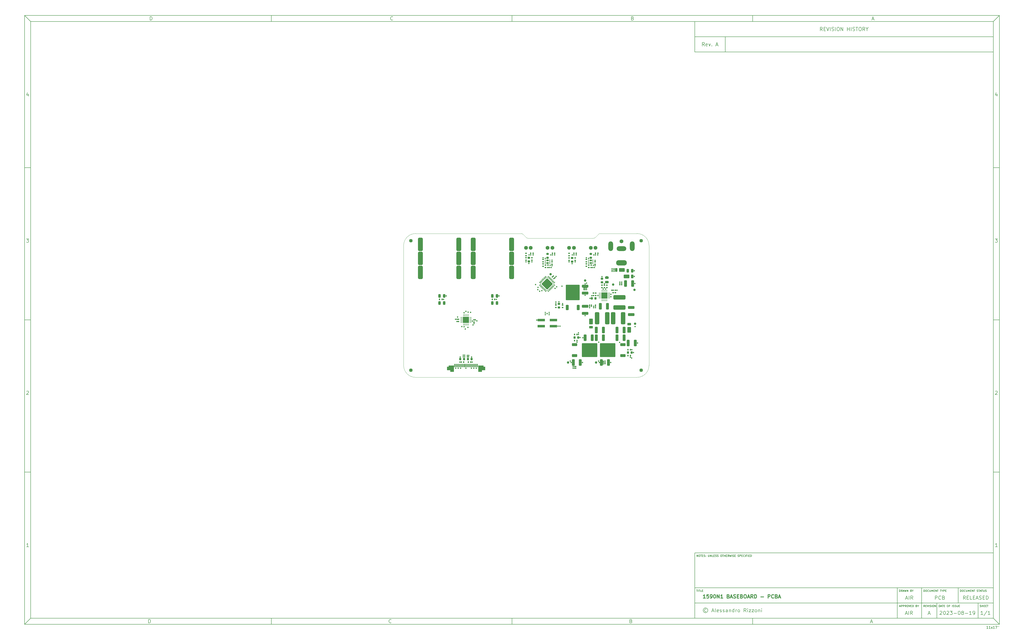
<source format=gbr>
%TF.GenerationSoftware,KiCad,Pcbnew,7.0.7*%
%TF.CreationDate,2023-09-27T18:03:17-04:00*%
%TF.ProjectId,baseboard,62617365-626f-4617-9264-2e6b69636164,A*%
%TF.SameCoordinates,Original*%
%TF.FileFunction,Soldermask,Top*%
%TF.FilePolarity,Negative*%
%FSLAX46Y46*%
G04 Gerber Fmt 4.6, Leading zero omitted, Abs format (unit mm)*
G04 Created by KiCad (PCBNEW 7.0.7) date 2023-09-27 18:03:17*
%MOMM*%
%LPD*%
G01*
G04 APERTURE LIST*
G04 Aperture macros list*
%AMRoundRect*
0 Rectangle with rounded corners*
0 $1 Rounding radius*
0 $2 $3 $4 $5 $6 $7 $8 $9 X,Y pos of 4 corners*
0 Add a 4 corners polygon primitive as box body*
4,1,4,$2,$3,$4,$5,$6,$7,$8,$9,$2,$3,0*
0 Add four circle primitives for the rounded corners*
1,1,$1+$1,$2,$3*
1,1,$1+$1,$4,$5*
1,1,$1+$1,$6,$7*
1,1,$1+$1,$8,$9*
0 Add four rect primitives between the rounded corners*
20,1,$1+$1,$2,$3,$4,$5,0*
20,1,$1+$1,$4,$5,$6,$7,0*
20,1,$1+$1,$6,$7,$8,$9,0*
20,1,$1+$1,$8,$9,$2,$3,0*%
G04 Aperture macros list end*
%ADD10C,0.100000*%
%ADD11C,0.150000*%
%ADD12C,0.300000*%
%ADD13C,0.010000*%
%ADD14RoundRect,0.135000X0.185000X-0.135000X0.185000X0.135000X-0.185000X0.135000X-0.185000X-0.135000X0*%
%ADD15RoundRect,0.062500X0.220971X0.309359X-0.309359X-0.220971X-0.220971X-0.309359X0.309359X0.220971X0*%
%ADD16RoundRect,0.062500X-0.220971X0.309359X-0.309359X0.220971X0.220971X-0.309359X0.309359X-0.220971X0*%
%ADD17RoundRect,0.172500X0.000000X2.195567X-2.195567X0.000000X0.000000X-2.195567X2.195567X0.000000X0*%
%ADD18C,1.000000*%
%ADD19RoundRect,0.225000X-0.225000X-0.250000X0.225000X-0.250000X0.225000X0.250000X-0.225000X0.250000X0*%
%ADD20RoundRect,0.250000X-0.325000X-1.100000X0.325000X-1.100000X0.325000X1.100000X-0.325000X1.100000X0*%
%ADD21RoundRect,0.140000X0.140000X0.170000X-0.140000X0.170000X-0.140000X-0.170000X0.140000X-0.170000X0*%
%ADD22RoundRect,0.225000X0.250000X-0.225000X0.250000X0.225000X-0.250000X0.225000X-0.250000X-0.225000X0*%
%ADD23C,1.448000*%
%ADD24C,1.600000*%
%ADD25RoundRect,0.250000X1.100000X-0.325000X1.100000X0.325000X-1.100000X0.325000X-1.100000X-0.325000X0*%
%ADD26RoundRect,0.135000X-0.185000X0.135000X-0.185000X-0.135000X0.185000X-0.135000X0.185000X0.135000X0*%
%ADD27RoundRect,0.225000X0.225000X0.250000X-0.225000X0.250000X-0.225000X-0.250000X0.225000X-0.250000X0*%
%ADD28R,3.150000X1.000000*%
%ADD29O,4.500000X2.250000*%
%ADD30O,4.000000X2.000000*%
%ADD31O,2.000000X4.000000*%
%ADD32RoundRect,0.250000X0.325000X1.100000X-0.325000X1.100000X-0.325000X-1.100000X0.325000X-1.100000X0*%
%ADD33R,0.300000X1.400000*%
%ADD34RoundRect,0.062500X0.375000X0.062500X-0.375000X0.062500X-0.375000X-0.062500X0.375000X-0.062500X0*%
%ADD35RoundRect,0.062500X0.062500X0.375000X-0.062500X0.375000X-0.062500X-0.375000X0.062500X-0.375000X0*%
%ADD36RoundRect,0.130000X1.170000X1.170000X-1.170000X1.170000X-1.170000X-1.170000X1.170000X-1.170000X0*%
%ADD37RoundRect,0.087500X0.162500X-0.087500X0.162500X0.087500X-0.162500X0.087500X-0.162500X-0.087500X0*%
%ADD38RoundRect,0.150000X0.350000X-0.150000X0.350000X0.150000X-0.350000X0.150000X-0.350000X-0.150000X0*%
%ADD39RoundRect,0.140000X-0.170000X0.140000X-0.170000X-0.140000X0.170000X-0.140000X0.170000X0.140000X0*%
%ADD40RoundRect,0.250000X-0.850000X-0.350000X0.850000X-0.350000X0.850000X0.350000X-0.850000X0.350000X0*%
%ADD41RoundRect,0.249997X-2.950003X-2.650003X2.950003X-2.650003X2.950003X2.650003X-2.950003X2.650003X0*%
%ADD42RoundRect,0.200000X-0.275000X0.200000X-0.275000X-0.200000X0.275000X-0.200000X0.275000X0.200000X0*%
%ADD43RoundRect,0.040000X-0.185000X0.160000X-0.185000X-0.160000X0.185000X-0.160000X0.185000X0.160000X0*%
%ADD44RoundRect,0.030000X-0.195000X0.120000X-0.195000X-0.120000X0.195000X-0.120000X0.195000X0.120000X0*%
%ADD45RoundRect,0.135000X-0.135000X-0.185000X0.135000X-0.185000X0.135000X0.185000X-0.135000X0.185000X0*%
%ADD46RoundRect,0.250000X0.250000X0.475000X-0.250000X0.475000X-0.250000X-0.475000X0.250000X-0.475000X0*%
%ADD47RoundRect,0.475000X-0.475000X-2.075000X0.475000X-2.075000X0.475000X2.075000X-0.475000X2.075000X0*%
%ADD48RoundRect,0.250000X-0.475000X0.250000X-0.475000X-0.250000X0.475000X-0.250000X0.475000X0.250000X0*%
%ADD49RoundRect,0.250000X-0.250000X-0.475000X0.250000X-0.475000X0.250000X0.475000X-0.250000X0.475000X0*%
%ADD50RoundRect,0.500000X-0.500000X-2.300000X0.500000X-2.300000X0.500000X2.300000X-0.500000X2.300000X0*%
%ADD51RoundRect,0.250000X0.350000X-0.850000X0.350000X0.850000X-0.350000X0.850000X-0.350000X-0.850000X0*%
%ADD52RoundRect,0.249997X2.650003X-2.950003X2.650003X2.950003X-2.650003X2.950003X-2.650003X-2.950003X0*%
%ADD53RoundRect,0.250000X0.850000X0.350000X-0.850000X0.350000X-0.850000X-0.350000X0.850000X-0.350000X0*%
%ADD54RoundRect,0.249997X2.950003X2.650003X-2.950003X2.650003X-2.950003X-2.650003X2.950003X-2.650003X0*%
%ADD55RoundRect,0.140000X-0.219203X-0.021213X-0.021213X-0.219203X0.219203X0.021213X0.021213X0.219203X0*%
%ADD56RoundRect,0.475000X-2.075000X0.475000X-2.075000X-0.475000X2.075000X-0.475000X2.075000X0.475000X0*%
%ADD57RoundRect,0.225000X-0.250000X0.225000X-0.250000X-0.225000X0.250000X-0.225000X0.250000X0.225000X0*%
%ADD58RoundRect,0.135000X0.135000X0.185000X-0.135000X0.185000X-0.135000X-0.185000X0.135000X-0.185000X0*%
%ADD59RoundRect,0.250000X-0.500000X0.950000X-0.500000X-0.950000X0.500000X-0.950000X0.500000X0.950000X0*%
%ADD60RoundRect,0.250000X-0.500000X0.275000X-0.500000X-0.275000X0.500000X-0.275000X0.500000X0.275000X0*%
%ADD61RoundRect,0.062500X-0.375000X-0.062500X0.375000X-0.062500X0.375000X0.062500X-0.375000X0.062500X0*%
%ADD62RoundRect,0.062500X-0.062500X-0.375000X0.062500X-0.375000X0.062500X0.375000X-0.062500X0.375000X0*%
%ADD63RoundRect,0.130000X-1.170000X-1.170000X1.170000X-1.170000X1.170000X1.170000X-1.170000X1.170000X0*%
%ADD64RoundRect,0.250000X-0.950000X-0.500000X0.950000X-0.500000X0.950000X0.500000X-0.950000X0.500000X0*%
%ADD65RoundRect,0.250000X-0.275000X-0.500000X0.275000X-0.500000X0.275000X0.500000X-0.275000X0.500000X0*%
%ADD66RoundRect,0.250000X0.500000X-0.950000X0.500000X0.950000X-0.500000X0.950000X-0.500000X-0.950000X0*%
%ADD67RoundRect,0.250000X0.500000X-0.275000X0.500000X0.275000X-0.500000X0.275000X-0.500000X-0.275000X0*%
%ADD68RoundRect,0.140000X-0.140000X-0.170000X0.140000X-0.170000X0.140000X0.170000X-0.140000X0.170000X0*%
%ADD69RoundRect,0.475000X0.475000X2.075000X-0.475000X2.075000X-0.475000X-2.075000X0.475000X-2.075000X0*%
%ADD70RoundRect,0.250000X0.950000X0.500000X-0.950000X0.500000X-0.950000X-0.500000X0.950000X-0.500000X0*%
%ADD71RoundRect,0.250000X0.275000X0.500000X-0.275000X0.500000X-0.275000X-0.500000X0.275000X-0.500000X0*%
%ADD72C,0.550000*%
%TA.AperFunction,Profile*%
%ADD73C,0.050000*%
%TD*%
G04 APERTURE END LIST*
D10*
D11*
X412213572Y-262654128D02*
X411356429Y-262654128D01*
X411785000Y-262654128D02*
X411785000Y-261154128D01*
X411785000Y-261154128D02*
X411642143Y-261368414D01*
X411642143Y-261368414D02*
X411499286Y-261511271D01*
X411499286Y-261511271D02*
X411356429Y-261582700D01*
X413927857Y-261082700D02*
X412642143Y-263011271D01*
X415213572Y-262654128D02*
X414356429Y-262654128D01*
X414785000Y-262654128D02*
X414785000Y-261154128D01*
X414785000Y-261154128D02*
X414642143Y-261368414D01*
X414642143Y-261368414D02*
X414499286Y-261511271D01*
X414499286Y-261511271D02*
X414356429Y-261582700D01*
D10*
D11*
X292809874Y-252259295D02*
X293267017Y-252259295D01*
X293038445Y-253059295D02*
X293038445Y-252259295D01*
X293533684Y-253059295D02*
X293533684Y-252259295D01*
X293800350Y-252259295D02*
X294257493Y-252259295D01*
X294028921Y-253059295D02*
X294028921Y-252259295D01*
X294905112Y-253059295D02*
X294524160Y-253059295D01*
X294524160Y-253059295D02*
X294524160Y-252259295D01*
X295171779Y-252640247D02*
X295438445Y-252640247D01*
X295552731Y-253059295D02*
X295171779Y-253059295D01*
X295171779Y-253059295D02*
X295171779Y-252259295D01*
X295171779Y-252259295D02*
X295552731Y-252259295D01*
D10*
D11*
X387996303Y-259409295D02*
X387729636Y-259028342D01*
X387539160Y-259409295D02*
X387539160Y-258609295D01*
X387539160Y-258609295D02*
X387843922Y-258609295D01*
X387843922Y-258609295D02*
X387920112Y-258647390D01*
X387920112Y-258647390D02*
X387958207Y-258685485D01*
X387958207Y-258685485D02*
X387996303Y-258761676D01*
X387996303Y-258761676D02*
X387996303Y-258875961D01*
X387996303Y-258875961D02*
X387958207Y-258952152D01*
X387958207Y-258952152D02*
X387920112Y-258990247D01*
X387920112Y-258990247D02*
X387843922Y-259028342D01*
X387843922Y-259028342D02*
X387539160Y-259028342D01*
X388339160Y-258990247D02*
X388605826Y-258990247D01*
X388720112Y-259409295D02*
X388339160Y-259409295D01*
X388339160Y-259409295D02*
X388339160Y-258609295D01*
X388339160Y-258609295D02*
X388720112Y-258609295D01*
X388948684Y-258609295D02*
X389215351Y-259409295D01*
X389215351Y-259409295D02*
X389482017Y-258609295D01*
X389748684Y-259409295D02*
X389748684Y-258609295D01*
X390091540Y-259371200D02*
X390205826Y-259409295D01*
X390205826Y-259409295D02*
X390396302Y-259409295D01*
X390396302Y-259409295D02*
X390472493Y-259371200D01*
X390472493Y-259371200D02*
X390510588Y-259333104D01*
X390510588Y-259333104D02*
X390548683Y-259256914D01*
X390548683Y-259256914D02*
X390548683Y-259180723D01*
X390548683Y-259180723D02*
X390510588Y-259104533D01*
X390510588Y-259104533D02*
X390472493Y-259066438D01*
X390472493Y-259066438D02*
X390396302Y-259028342D01*
X390396302Y-259028342D02*
X390243921Y-258990247D01*
X390243921Y-258990247D02*
X390167731Y-258952152D01*
X390167731Y-258952152D02*
X390129636Y-258914057D01*
X390129636Y-258914057D02*
X390091540Y-258837866D01*
X390091540Y-258837866D02*
X390091540Y-258761676D01*
X390091540Y-258761676D02*
X390129636Y-258685485D01*
X390129636Y-258685485D02*
X390167731Y-258647390D01*
X390167731Y-258647390D02*
X390243921Y-258609295D01*
X390243921Y-258609295D02*
X390434398Y-258609295D01*
X390434398Y-258609295D02*
X390548683Y-258647390D01*
X390891541Y-259409295D02*
X390891541Y-258609295D01*
X391424874Y-258609295D02*
X391577255Y-258609295D01*
X391577255Y-258609295D02*
X391653445Y-258647390D01*
X391653445Y-258647390D02*
X391729636Y-258723580D01*
X391729636Y-258723580D02*
X391767731Y-258875961D01*
X391767731Y-258875961D02*
X391767731Y-259142628D01*
X391767731Y-259142628D02*
X391729636Y-259295009D01*
X391729636Y-259295009D02*
X391653445Y-259371200D01*
X391653445Y-259371200D02*
X391577255Y-259409295D01*
X391577255Y-259409295D02*
X391424874Y-259409295D01*
X391424874Y-259409295D02*
X391348683Y-259371200D01*
X391348683Y-259371200D02*
X391272493Y-259295009D01*
X391272493Y-259295009D02*
X391234397Y-259142628D01*
X391234397Y-259142628D02*
X391234397Y-258875961D01*
X391234397Y-258875961D02*
X391272493Y-258723580D01*
X391272493Y-258723580D02*
X391348683Y-258647390D01*
X391348683Y-258647390D02*
X391424874Y-258609295D01*
X392110588Y-259409295D02*
X392110588Y-258609295D01*
X392110588Y-258609295D02*
X392567731Y-259409295D01*
X392567731Y-259409295D02*
X392567731Y-258609295D01*
D10*
D11*
X393889160Y-259409295D02*
X393889160Y-258609295D01*
X393889160Y-258609295D02*
X394079636Y-258609295D01*
X394079636Y-258609295D02*
X394193922Y-258647390D01*
X394193922Y-258647390D02*
X394270112Y-258723580D01*
X394270112Y-258723580D02*
X394308207Y-258799771D01*
X394308207Y-258799771D02*
X394346303Y-258952152D01*
X394346303Y-258952152D02*
X394346303Y-259066438D01*
X394346303Y-259066438D02*
X394308207Y-259218819D01*
X394308207Y-259218819D02*
X394270112Y-259295009D01*
X394270112Y-259295009D02*
X394193922Y-259371200D01*
X394193922Y-259371200D02*
X394079636Y-259409295D01*
X394079636Y-259409295D02*
X393889160Y-259409295D01*
X394651064Y-259180723D02*
X395032017Y-259180723D01*
X394574874Y-259409295D02*
X394841541Y-258609295D01*
X394841541Y-258609295D02*
X395108207Y-259409295D01*
X395260588Y-258609295D02*
X395717731Y-258609295D01*
X395489159Y-259409295D02*
X395489159Y-258609295D01*
X395984398Y-258990247D02*
X396251064Y-258990247D01*
X396365350Y-259409295D02*
X395984398Y-259409295D01*
X395984398Y-259409295D02*
X395984398Y-258609295D01*
X395984398Y-258609295D02*
X396365350Y-258609295D01*
X397470113Y-258609295D02*
X397622494Y-258609295D01*
X397622494Y-258609295D02*
X397698684Y-258647390D01*
X397698684Y-258647390D02*
X397774875Y-258723580D01*
X397774875Y-258723580D02*
X397812970Y-258875961D01*
X397812970Y-258875961D02*
X397812970Y-259142628D01*
X397812970Y-259142628D02*
X397774875Y-259295009D01*
X397774875Y-259295009D02*
X397698684Y-259371200D01*
X397698684Y-259371200D02*
X397622494Y-259409295D01*
X397622494Y-259409295D02*
X397470113Y-259409295D01*
X397470113Y-259409295D02*
X397393922Y-259371200D01*
X397393922Y-259371200D02*
X397317732Y-259295009D01*
X397317732Y-259295009D02*
X397279636Y-259142628D01*
X397279636Y-259142628D02*
X397279636Y-258875961D01*
X397279636Y-258875961D02*
X397317732Y-258723580D01*
X397317732Y-258723580D02*
X397393922Y-258647390D01*
X397393922Y-258647390D02*
X397470113Y-258609295D01*
X398422493Y-258990247D02*
X398155827Y-258990247D01*
X398155827Y-259409295D02*
X398155827Y-258609295D01*
X398155827Y-258609295D02*
X398536779Y-258609295D01*
X399451065Y-259409295D02*
X399451065Y-258609295D01*
X399793921Y-259371200D02*
X399908207Y-259409295D01*
X399908207Y-259409295D02*
X400098683Y-259409295D01*
X400098683Y-259409295D02*
X400174874Y-259371200D01*
X400174874Y-259371200D02*
X400212969Y-259333104D01*
X400212969Y-259333104D02*
X400251064Y-259256914D01*
X400251064Y-259256914D02*
X400251064Y-259180723D01*
X400251064Y-259180723D02*
X400212969Y-259104533D01*
X400212969Y-259104533D02*
X400174874Y-259066438D01*
X400174874Y-259066438D02*
X400098683Y-259028342D01*
X400098683Y-259028342D02*
X399946302Y-258990247D01*
X399946302Y-258990247D02*
X399870112Y-258952152D01*
X399870112Y-258952152D02*
X399832017Y-258914057D01*
X399832017Y-258914057D02*
X399793921Y-258837866D01*
X399793921Y-258837866D02*
X399793921Y-258761676D01*
X399793921Y-258761676D02*
X399832017Y-258685485D01*
X399832017Y-258685485D02*
X399870112Y-258647390D01*
X399870112Y-258647390D02*
X399946302Y-258609295D01*
X399946302Y-258609295D02*
X400136779Y-258609295D01*
X400136779Y-258609295D02*
X400251064Y-258647390D01*
X400555826Y-259371200D02*
X400670112Y-259409295D01*
X400670112Y-259409295D02*
X400860588Y-259409295D01*
X400860588Y-259409295D02*
X400936779Y-259371200D01*
X400936779Y-259371200D02*
X400974874Y-259333104D01*
X400974874Y-259333104D02*
X401012969Y-259256914D01*
X401012969Y-259256914D02*
X401012969Y-259180723D01*
X401012969Y-259180723D02*
X400974874Y-259104533D01*
X400974874Y-259104533D02*
X400936779Y-259066438D01*
X400936779Y-259066438D02*
X400860588Y-259028342D01*
X400860588Y-259028342D02*
X400708207Y-258990247D01*
X400708207Y-258990247D02*
X400632017Y-258952152D01*
X400632017Y-258952152D02*
X400593922Y-258914057D01*
X400593922Y-258914057D02*
X400555826Y-258837866D01*
X400555826Y-258837866D02*
X400555826Y-258761676D01*
X400555826Y-258761676D02*
X400593922Y-258685485D01*
X400593922Y-258685485D02*
X400632017Y-258647390D01*
X400632017Y-258647390D02*
X400708207Y-258609295D01*
X400708207Y-258609295D02*
X400898684Y-258609295D01*
X400898684Y-258609295D02*
X401012969Y-258647390D01*
X401355827Y-258609295D02*
X401355827Y-259256914D01*
X401355827Y-259256914D02*
X401393922Y-259333104D01*
X401393922Y-259333104D02*
X401432017Y-259371200D01*
X401432017Y-259371200D02*
X401508208Y-259409295D01*
X401508208Y-259409295D02*
X401660589Y-259409295D01*
X401660589Y-259409295D02*
X401736779Y-259371200D01*
X401736779Y-259371200D02*
X401774874Y-259333104D01*
X401774874Y-259333104D02*
X401812970Y-259256914D01*
X401812970Y-259256914D02*
X401812970Y-258609295D01*
X402193922Y-258990247D02*
X402460588Y-258990247D01*
X402574874Y-259409295D02*
X402193922Y-259409295D01*
X402193922Y-259409295D02*
X402193922Y-258609295D01*
X402193922Y-258609295D02*
X402574874Y-258609295D01*
D10*
D11*
X410996064Y-259371200D02*
X411110350Y-259409295D01*
X411110350Y-259409295D02*
X411300826Y-259409295D01*
X411300826Y-259409295D02*
X411377017Y-259371200D01*
X411377017Y-259371200D02*
X411415112Y-259333104D01*
X411415112Y-259333104D02*
X411453207Y-259256914D01*
X411453207Y-259256914D02*
X411453207Y-259180723D01*
X411453207Y-259180723D02*
X411415112Y-259104533D01*
X411415112Y-259104533D02*
X411377017Y-259066438D01*
X411377017Y-259066438D02*
X411300826Y-259028342D01*
X411300826Y-259028342D02*
X411148445Y-258990247D01*
X411148445Y-258990247D02*
X411072255Y-258952152D01*
X411072255Y-258952152D02*
X411034160Y-258914057D01*
X411034160Y-258914057D02*
X410996064Y-258837866D01*
X410996064Y-258837866D02*
X410996064Y-258761676D01*
X410996064Y-258761676D02*
X411034160Y-258685485D01*
X411034160Y-258685485D02*
X411072255Y-258647390D01*
X411072255Y-258647390D02*
X411148445Y-258609295D01*
X411148445Y-258609295D02*
X411338922Y-258609295D01*
X411338922Y-258609295D02*
X411453207Y-258647390D01*
X411796065Y-259409295D02*
X411796065Y-258609295D01*
X411796065Y-258990247D02*
X412253208Y-258990247D01*
X412253208Y-259409295D02*
X412253208Y-258609295D01*
X412634160Y-258990247D02*
X412900826Y-258990247D01*
X413015112Y-259409295D02*
X412634160Y-259409295D01*
X412634160Y-259409295D02*
X412634160Y-258609295D01*
X412634160Y-258609295D02*
X413015112Y-258609295D01*
X413357970Y-258990247D02*
X413624636Y-258990247D01*
X413738922Y-259409295D02*
X413357970Y-259409295D01*
X413357970Y-259409295D02*
X413357970Y-258609295D01*
X413357970Y-258609295D02*
X413738922Y-258609295D01*
X413967494Y-258609295D02*
X414424637Y-258609295D01*
X414196065Y-259409295D02*
X414196065Y-258609295D01*
D10*
D11*
X392342142Y-256304128D02*
X392342142Y-254804128D01*
X392342142Y-254804128D02*
X392913571Y-254804128D01*
X392913571Y-254804128D02*
X393056428Y-254875557D01*
X393056428Y-254875557D02*
X393127857Y-254946985D01*
X393127857Y-254946985D02*
X393199285Y-255089842D01*
X393199285Y-255089842D02*
X393199285Y-255304128D01*
X393199285Y-255304128D02*
X393127857Y-255446985D01*
X393127857Y-255446985D02*
X393056428Y-255518414D01*
X393056428Y-255518414D02*
X392913571Y-255589842D01*
X392913571Y-255589842D02*
X392342142Y-255589842D01*
X394699285Y-256161271D02*
X394627857Y-256232700D01*
X394627857Y-256232700D02*
X394413571Y-256304128D01*
X394413571Y-256304128D02*
X394270714Y-256304128D01*
X394270714Y-256304128D02*
X394056428Y-256232700D01*
X394056428Y-256232700D02*
X393913571Y-256089842D01*
X393913571Y-256089842D02*
X393842142Y-255946985D01*
X393842142Y-255946985D02*
X393770714Y-255661271D01*
X393770714Y-255661271D02*
X393770714Y-255446985D01*
X393770714Y-255446985D02*
X393842142Y-255161271D01*
X393842142Y-255161271D02*
X393913571Y-255018414D01*
X393913571Y-255018414D02*
X394056428Y-254875557D01*
X394056428Y-254875557D02*
X394270714Y-254804128D01*
X394270714Y-254804128D02*
X394413571Y-254804128D01*
X394413571Y-254804128D02*
X394627857Y-254875557D01*
X394627857Y-254875557D02*
X394699285Y-254946985D01*
X395842142Y-255518414D02*
X396056428Y-255589842D01*
X396056428Y-255589842D02*
X396127857Y-255661271D01*
X396127857Y-255661271D02*
X396199285Y-255804128D01*
X396199285Y-255804128D02*
X396199285Y-256018414D01*
X396199285Y-256018414D02*
X396127857Y-256161271D01*
X396127857Y-256161271D02*
X396056428Y-256232700D01*
X396056428Y-256232700D02*
X395913571Y-256304128D01*
X395913571Y-256304128D02*
X395342142Y-256304128D01*
X395342142Y-256304128D02*
X395342142Y-254804128D01*
X395342142Y-254804128D02*
X395842142Y-254804128D01*
X395842142Y-254804128D02*
X395985000Y-254875557D01*
X395985000Y-254875557D02*
X396056428Y-254946985D01*
X396056428Y-254946985D02*
X396127857Y-255089842D01*
X396127857Y-255089842D02*
X396127857Y-255232700D01*
X396127857Y-255232700D02*
X396056428Y-255375557D01*
X396056428Y-255375557D02*
X395985000Y-255446985D01*
X395985000Y-255446985D02*
X395842142Y-255518414D01*
X395842142Y-255518414D02*
X395342142Y-255518414D01*
D10*
D11*
X377468064Y-259180723D02*
X377849017Y-259180723D01*
X377391874Y-259409295D02*
X377658541Y-258609295D01*
X377658541Y-258609295D02*
X377925207Y-259409295D01*
X378191874Y-259409295D02*
X378191874Y-258609295D01*
X378191874Y-258609295D02*
X378496636Y-258609295D01*
X378496636Y-258609295D02*
X378572826Y-258647390D01*
X378572826Y-258647390D02*
X378610921Y-258685485D01*
X378610921Y-258685485D02*
X378649017Y-258761676D01*
X378649017Y-258761676D02*
X378649017Y-258875961D01*
X378649017Y-258875961D02*
X378610921Y-258952152D01*
X378610921Y-258952152D02*
X378572826Y-258990247D01*
X378572826Y-258990247D02*
X378496636Y-259028342D01*
X378496636Y-259028342D02*
X378191874Y-259028342D01*
X378991874Y-259409295D02*
X378991874Y-258609295D01*
X378991874Y-258609295D02*
X379296636Y-258609295D01*
X379296636Y-258609295D02*
X379372826Y-258647390D01*
X379372826Y-258647390D02*
X379410921Y-258685485D01*
X379410921Y-258685485D02*
X379449017Y-258761676D01*
X379449017Y-258761676D02*
X379449017Y-258875961D01*
X379449017Y-258875961D02*
X379410921Y-258952152D01*
X379410921Y-258952152D02*
X379372826Y-258990247D01*
X379372826Y-258990247D02*
X379296636Y-259028342D01*
X379296636Y-259028342D02*
X378991874Y-259028342D01*
X380249017Y-259409295D02*
X379982350Y-259028342D01*
X379791874Y-259409295D02*
X379791874Y-258609295D01*
X379791874Y-258609295D02*
X380096636Y-258609295D01*
X380096636Y-258609295D02*
X380172826Y-258647390D01*
X380172826Y-258647390D02*
X380210921Y-258685485D01*
X380210921Y-258685485D02*
X380249017Y-258761676D01*
X380249017Y-258761676D02*
X380249017Y-258875961D01*
X380249017Y-258875961D02*
X380210921Y-258952152D01*
X380210921Y-258952152D02*
X380172826Y-258990247D01*
X380172826Y-258990247D02*
X380096636Y-259028342D01*
X380096636Y-259028342D02*
X379791874Y-259028342D01*
X380744255Y-258609295D02*
X380896636Y-258609295D01*
X380896636Y-258609295D02*
X380972826Y-258647390D01*
X380972826Y-258647390D02*
X381049017Y-258723580D01*
X381049017Y-258723580D02*
X381087112Y-258875961D01*
X381087112Y-258875961D02*
X381087112Y-259142628D01*
X381087112Y-259142628D02*
X381049017Y-259295009D01*
X381049017Y-259295009D02*
X380972826Y-259371200D01*
X380972826Y-259371200D02*
X380896636Y-259409295D01*
X380896636Y-259409295D02*
X380744255Y-259409295D01*
X380744255Y-259409295D02*
X380668064Y-259371200D01*
X380668064Y-259371200D02*
X380591874Y-259295009D01*
X380591874Y-259295009D02*
X380553778Y-259142628D01*
X380553778Y-259142628D02*
X380553778Y-258875961D01*
X380553778Y-258875961D02*
X380591874Y-258723580D01*
X380591874Y-258723580D02*
X380668064Y-258647390D01*
X380668064Y-258647390D02*
X380744255Y-258609295D01*
X381315683Y-258609295D02*
X381582350Y-259409295D01*
X381582350Y-259409295D02*
X381849016Y-258609295D01*
X382115683Y-258990247D02*
X382382349Y-258990247D01*
X382496635Y-259409295D02*
X382115683Y-259409295D01*
X382115683Y-259409295D02*
X382115683Y-258609295D01*
X382115683Y-258609295D02*
X382496635Y-258609295D01*
X382839493Y-259409295D02*
X382839493Y-258609295D01*
X382839493Y-258609295D02*
X383029969Y-258609295D01*
X383029969Y-258609295D02*
X383144255Y-258647390D01*
X383144255Y-258647390D02*
X383220445Y-258723580D01*
X383220445Y-258723580D02*
X383258540Y-258799771D01*
X383258540Y-258799771D02*
X383296636Y-258952152D01*
X383296636Y-258952152D02*
X383296636Y-259066438D01*
X383296636Y-259066438D02*
X383258540Y-259218819D01*
X383258540Y-259218819D02*
X383220445Y-259295009D01*
X383220445Y-259295009D02*
X383144255Y-259371200D01*
X383144255Y-259371200D02*
X383029969Y-259409295D01*
X383029969Y-259409295D02*
X382839493Y-259409295D01*
X384515683Y-258990247D02*
X384629969Y-259028342D01*
X384629969Y-259028342D02*
X384668064Y-259066438D01*
X384668064Y-259066438D02*
X384706160Y-259142628D01*
X384706160Y-259142628D02*
X384706160Y-259256914D01*
X384706160Y-259256914D02*
X384668064Y-259333104D01*
X384668064Y-259333104D02*
X384629969Y-259371200D01*
X384629969Y-259371200D02*
X384553779Y-259409295D01*
X384553779Y-259409295D02*
X384249017Y-259409295D01*
X384249017Y-259409295D02*
X384249017Y-258609295D01*
X384249017Y-258609295D02*
X384515683Y-258609295D01*
X384515683Y-258609295D02*
X384591874Y-258647390D01*
X384591874Y-258647390D02*
X384629969Y-258685485D01*
X384629969Y-258685485D02*
X384668064Y-258761676D01*
X384668064Y-258761676D02*
X384668064Y-258837866D01*
X384668064Y-258837866D02*
X384629969Y-258914057D01*
X384629969Y-258914057D02*
X384591874Y-258952152D01*
X384591874Y-258952152D02*
X384515683Y-258990247D01*
X384515683Y-258990247D02*
X384249017Y-258990247D01*
X385201398Y-259028342D02*
X385201398Y-259409295D01*
X384934731Y-258609295D02*
X385201398Y-259028342D01*
X385201398Y-259028342D02*
X385468064Y-258609295D01*
D10*
D11*
X296845112Y-260418271D02*
X296702255Y-260346842D01*
X296702255Y-260346842D02*
X296416541Y-260346842D01*
X296416541Y-260346842D02*
X296273684Y-260418271D01*
X296273684Y-260418271D02*
X296130826Y-260561128D01*
X296130826Y-260561128D02*
X296059398Y-260703985D01*
X296059398Y-260703985D02*
X296059398Y-260989700D01*
X296059398Y-260989700D02*
X296130826Y-261132557D01*
X296130826Y-261132557D02*
X296273684Y-261275414D01*
X296273684Y-261275414D02*
X296416541Y-261346842D01*
X296416541Y-261346842D02*
X296702255Y-261346842D01*
X296702255Y-261346842D02*
X296845112Y-261275414D01*
X296559398Y-259846842D02*
X296202255Y-259918271D01*
X296202255Y-259918271D02*
X295845112Y-260132557D01*
X295845112Y-260132557D02*
X295630826Y-260489700D01*
X295630826Y-260489700D02*
X295559398Y-260846842D01*
X295559398Y-260846842D02*
X295630826Y-261203985D01*
X295630826Y-261203985D02*
X295845112Y-261561128D01*
X295845112Y-261561128D02*
X296202255Y-261775414D01*
X296202255Y-261775414D02*
X296559398Y-261846842D01*
X296559398Y-261846842D02*
X296916541Y-261775414D01*
X296916541Y-261775414D02*
X297273684Y-261561128D01*
X297273684Y-261561128D02*
X297487969Y-261203985D01*
X297487969Y-261203985D02*
X297559398Y-260846842D01*
X297559398Y-260846842D02*
X297487969Y-260489700D01*
X297487969Y-260489700D02*
X297273684Y-260132557D01*
X297273684Y-260132557D02*
X296916541Y-259918271D01*
X296916541Y-259918271D02*
X296559398Y-259846842D01*
X299273684Y-261132557D02*
X299987970Y-261132557D01*
X299130827Y-261561128D02*
X299630827Y-260061128D01*
X299630827Y-260061128D02*
X300130827Y-261561128D01*
X300845112Y-261561128D02*
X300702255Y-261489700D01*
X300702255Y-261489700D02*
X300630826Y-261346842D01*
X300630826Y-261346842D02*
X300630826Y-260061128D01*
X301987969Y-261489700D02*
X301845112Y-261561128D01*
X301845112Y-261561128D02*
X301559398Y-261561128D01*
X301559398Y-261561128D02*
X301416540Y-261489700D01*
X301416540Y-261489700D02*
X301345112Y-261346842D01*
X301345112Y-261346842D02*
X301345112Y-260775414D01*
X301345112Y-260775414D02*
X301416540Y-260632557D01*
X301416540Y-260632557D02*
X301559398Y-260561128D01*
X301559398Y-260561128D02*
X301845112Y-260561128D01*
X301845112Y-260561128D02*
X301987969Y-260632557D01*
X301987969Y-260632557D02*
X302059398Y-260775414D01*
X302059398Y-260775414D02*
X302059398Y-260918271D01*
X302059398Y-260918271D02*
X301345112Y-261061128D01*
X302630826Y-261489700D02*
X302773683Y-261561128D01*
X302773683Y-261561128D02*
X303059397Y-261561128D01*
X303059397Y-261561128D02*
X303202254Y-261489700D01*
X303202254Y-261489700D02*
X303273683Y-261346842D01*
X303273683Y-261346842D02*
X303273683Y-261275414D01*
X303273683Y-261275414D02*
X303202254Y-261132557D01*
X303202254Y-261132557D02*
X303059397Y-261061128D01*
X303059397Y-261061128D02*
X302845112Y-261061128D01*
X302845112Y-261061128D02*
X302702254Y-260989700D01*
X302702254Y-260989700D02*
X302630826Y-260846842D01*
X302630826Y-260846842D02*
X302630826Y-260775414D01*
X302630826Y-260775414D02*
X302702254Y-260632557D01*
X302702254Y-260632557D02*
X302845112Y-260561128D01*
X302845112Y-260561128D02*
X303059397Y-260561128D01*
X303059397Y-260561128D02*
X303202254Y-260632557D01*
X303845112Y-261489700D02*
X303987969Y-261561128D01*
X303987969Y-261561128D02*
X304273683Y-261561128D01*
X304273683Y-261561128D02*
X304416540Y-261489700D01*
X304416540Y-261489700D02*
X304487969Y-261346842D01*
X304487969Y-261346842D02*
X304487969Y-261275414D01*
X304487969Y-261275414D02*
X304416540Y-261132557D01*
X304416540Y-261132557D02*
X304273683Y-261061128D01*
X304273683Y-261061128D02*
X304059398Y-261061128D01*
X304059398Y-261061128D02*
X303916540Y-260989700D01*
X303916540Y-260989700D02*
X303845112Y-260846842D01*
X303845112Y-260846842D02*
X303845112Y-260775414D01*
X303845112Y-260775414D02*
X303916540Y-260632557D01*
X303916540Y-260632557D02*
X304059398Y-260561128D01*
X304059398Y-260561128D02*
X304273683Y-260561128D01*
X304273683Y-260561128D02*
X304416540Y-260632557D01*
X305773684Y-261561128D02*
X305773684Y-260775414D01*
X305773684Y-260775414D02*
X305702255Y-260632557D01*
X305702255Y-260632557D02*
X305559398Y-260561128D01*
X305559398Y-260561128D02*
X305273684Y-260561128D01*
X305273684Y-260561128D02*
X305130826Y-260632557D01*
X305773684Y-261489700D02*
X305630826Y-261561128D01*
X305630826Y-261561128D02*
X305273684Y-261561128D01*
X305273684Y-261561128D02*
X305130826Y-261489700D01*
X305130826Y-261489700D02*
X305059398Y-261346842D01*
X305059398Y-261346842D02*
X305059398Y-261203985D01*
X305059398Y-261203985D02*
X305130826Y-261061128D01*
X305130826Y-261061128D02*
X305273684Y-260989700D01*
X305273684Y-260989700D02*
X305630826Y-260989700D01*
X305630826Y-260989700D02*
X305773684Y-260918271D01*
X306487969Y-260561128D02*
X306487969Y-261561128D01*
X306487969Y-260703985D02*
X306559398Y-260632557D01*
X306559398Y-260632557D02*
X306702255Y-260561128D01*
X306702255Y-260561128D02*
X306916541Y-260561128D01*
X306916541Y-260561128D02*
X307059398Y-260632557D01*
X307059398Y-260632557D02*
X307130827Y-260775414D01*
X307130827Y-260775414D02*
X307130827Y-261561128D01*
X308487970Y-261561128D02*
X308487970Y-260061128D01*
X308487970Y-261489700D02*
X308345112Y-261561128D01*
X308345112Y-261561128D02*
X308059398Y-261561128D01*
X308059398Y-261561128D02*
X307916541Y-261489700D01*
X307916541Y-261489700D02*
X307845112Y-261418271D01*
X307845112Y-261418271D02*
X307773684Y-261275414D01*
X307773684Y-261275414D02*
X307773684Y-260846842D01*
X307773684Y-260846842D02*
X307845112Y-260703985D01*
X307845112Y-260703985D02*
X307916541Y-260632557D01*
X307916541Y-260632557D02*
X308059398Y-260561128D01*
X308059398Y-260561128D02*
X308345112Y-260561128D01*
X308345112Y-260561128D02*
X308487970Y-260632557D01*
X309202255Y-261561128D02*
X309202255Y-260561128D01*
X309202255Y-260846842D02*
X309273684Y-260703985D01*
X309273684Y-260703985D02*
X309345113Y-260632557D01*
X309345113Y-260632557D02*
X309487970Y-260561128D01*
X309487970Y-260561128D02*
X309630827Y-260561128D01*
X310345112Y-261561128D02*
X310202255Y-261489700D01*
X310202255Y-261489700D02*
X310130826Y-261418271D01*
X310130826Y-261418271D02*
X310059398Y-261275414D01*
X310059398Y-261275414D02*
X310059398Y-260846842D01*
X310059398Y-260846842D02*
X310130826Y-260703985D01*
X310130826Y-260703985D02*
X310202255Y-260632557D01*
X310202255Y-260632557D02*
X310345112Y-260561128D01*
X310345112Y-260561128D02*
X310559398Y-260561128D01*
X310559398Y-260561128D02*
X310702255Y-260632557D01*
X310702255Y-260632557D02*
X310773684Y-260703985D01*
X310773684Y-260703985D02*
X310845112Y-260846842D01*
X310845112Y-260846842D02*
X310845112Y-261275414D01*
X310845112Y-261275414D02*
X310773684Y-261418271D01*
X310773684Y-261418271D02*
X310702255Y-261489700D01*
X310702255Y-261489700D02*
X310559398Y-261561128D01*
X310559398Y-261561128D02*
X310345112Y-261561128D01*
X313487969Y-261561128D02*
X312987969Y-260846842D01*
X312630826Y-261561128D02*
X312630826Y-260061128D01*
X312630826Y-260061128D02*
X313202255Y-260061128D01*
X313202255Y-260061128D02*
X313345112Y-260132557D01*
X313345112Y-260132557D02*
X313416541Y-260203985D01*
X313416541Y-260203985D02*
X313487969Y-260346842D01*
X313487969Y-260346842D02*
X313487969Y-260561128D01*
X313487969Y-260561128D02*
X313416541Y-260703985D01*
X313416541Y-260703985D02*
X313345112Y-260775414D01*
X313345112Y-260775414D02*
X313202255Y-260846842D01*
X313202255Y-260846842D02*
X312630826Y-260846842D01*
X314130826Y-261561128D02*
X314130826Y-260561128D01*
X314130826Y-260061128D02*
X314059398Y-260132557D01*
X314059398Y-260132557D02*
X314130826Y-260203985D01*
X314130826Y-260203985D02*
X314202255Y-260132557D01*
X314202255Y-260132557D02*
X314130826Y-260061128D01*
X314130826Y-260061128D02*
X314130826Y-260203985D01*
X314702255Y-260561128D02*
X315487970Y-260561128D01*
X315487970Y-260561128D02*
X314702255Y-261561128D01*
X314702255Y-261561128D02*
X315487970Y-261561128D01*
X315916541Y-260561128D02*
X316702256Y-260561128D01*
X316702256Y-260561128D02*
X315916541Y-261561128D01*
X315916541Y-261561128D02*
X316702256Y-261561128D01*
X317487970Y-261561128D02*
X317345113Y-261489700D01*
X317345113Y-261489700D02*
X317273684Y-261418271D01*
X317273684Y-261418271D02*
X317202256Y-261275414D01*
X317202256Y-261275414D02*
X317202256Y-260846842D01*
X317202256Y-260846842D02*
X317273684Y-260703985D01*
X317273684Y-260703985D02*
X317345113Y-260632557D01*
X317345113Y-260632557D02*
X317487970Y-260561128D01*
X317487970Y-260561128D02*
X317702256Y-260561128D01*
X317702256Y-260561128D02*
X317845113Y-260632557D01*
X317845113Y-260632557D02*
X317916542Y-260703985D01*
X317916542Y-260703985D02*
X317987970Y-260846842D01*
X317987970Y-260846842D02*
X317987970Y-261275414D01*
X317987970Y-261275414D02*
X317916542Y-261418271D01*
X317916542Y-261418271D02*
X317845113Y-261489700D01*
X317845113Y-261489700D02*
X317702256Y-261561128D01*
X317702256Y-261561128D02*
X317487970Y-261561128D01*
X318630827Y-260561128D02*
X318630827Y-261561128D01*
X318630827Y-260703985D02*
X318702256Y-260632557D01*
X318702256Y-260632557D02*
X318845113Y-260561128D01*
X318845113Y-260561128D02*
X319059399Y-260561128D01*
X319059399Y-260561128D02*
X319202256Y-260632557D01*
X319202256Y-260632557D02*
X319273685Y-260775414D01*
X319273685Y-260775414D02*
X319273685Y-261561128D01*
X319987970Y-261561128D02*
X319987970Y-260561128D01*
X319987970Y-260061128D02*
X319916542Y-260132557D01*
X319916542Y-260132557D02*
X319987970Y-260203985D01*
X319987970Y-260203985D02*
X320059399Y-260132557D01*
X320059399Y-260132557D02*
X319987970Y-260061128D01*
X319987970Y-260061128D02*
X319987970Y-260203985D01*
D10*
D11*
X380070714Y-255875557D02*
X380785000Y-255875557D01*
X379927857Y-256304128D02*
X380427857Y-254804128D01*
X380427857Y-254804128D02*
X380927857Y-256304128D01*
X381427856Y-256304128D02*
X381427856Y-254804128D01*
X382999285Y-256304128D02*
X382499285Y-255589842D01*
X382142142Y-256304128D02*
X382142142Y-254804128D01*
X382142142Y-254804128D02*
X382713571Y-254804128D01*
X382713571Y-254804128D02*
X382856428Y-254875557D01*
X382856428Y-254875557D02*
X382927857Y-254946985D01*
X382927857Y-254946985D02*
X382999285Y-255089842D01*
X382999285Y-255089842D02*
X382999285Y-255304128D01*
X382999285Y-255304128D02*
X382927857Y-255446985D01*
X382927857Y-255446985D02*
X382856428Y-255518414D01*
X382856428Y-255518414D02*
X382713571Y-255589842D01*
X382713571Y-255589842D02*
X382142142Y-255589842D01*
D10*
D11*
X379943714Y-262225557D02*
X380658000Y-262225557D01*
X379800857Y-262654128D02*
X380300857Y-261154128D01*
X380300857Y-261154128D02*
X380800857Y-262654128D01*
X381300856Y-262654128D02*
X381300856Y-261154128D01*
X382872285Y-262654128D02*
X382372285Y-261939842D01*
X382015142Y-262654128D02*
X382015142Y-261154128D01*
X382015142Y-261154128D02*
X382586571Y-261154128D01*
X382586571Y-261154128D02*
X382729428Y-261225557D01*
X382729428Y-261225557D02*
X382800857Y-261296985D01*
X382800857Y-261296985D02*
X382872285Y-261439842D01*
X382872285Y-261439842D02*
X382872285Y-261654128D01*
X382872285Y-261654128D02*
X382800857Y-261796985D01*
X382800857Y-261796985D02*
X382729428Y-261868414D01*
X382729428Y-261868414D02*
X382586571Y-261939842D01*
X382586571Y-261939842D02*
X382015142Y-261939842D01*
D10*
D11*
X402779160Y-253059295D02*
X402779160Y-252259295D01*
X402779160Y-252259295D02*
X402969636Y-252259295D01*
X402969636Y-252259295D02*
X403083922Y-252297390D01*
X403083922Y-252297390D02*
X403160112Y-252373580D01*
X403160112Y-252373580D02*
X403198207Y-252449771D01*
X403198207Y-252449771D02*
X403236303Y-252602152D01*
X403236303Y-252602152D02*
X403236303Y-252716438D01*
X403236303Y-252716438D02*
X403198207Y-252868819D01*
X403198207Y-252868819D02*
X403160112Y-252945009D01*
X403160112Y-252945009D02*
X403083922Y-253021200D01*
X403083922Y-253021200D02*
X402969636Y-253059295D01*
X402969636Y-253059295D02*
X402779160Y-253059295D01*
X403731541Y-252259295D02*
X403883922Y-252259295D01*
X403883922Y-252259295D02*
X403960112Y-252297390D01*
X403960112Y-252297390D02*
X404036303Y-252373580D01*
X404036303Y-252373580D02*
X404074398Y-252525961D01*
X404074398Y-252525961D02*
X404074398Y-252792628D01*
X404074398Y-252792628D02*
X404036303Y-252945009D01*
X404036303Y-252945009D02*
X403960112Y-253021200D01*
X403960112Y-253021200D02*
X403883922Y-253059295D01*
X403883922Y-253059295D02*
X403731541Y-253059295D01*
X403731541Y-253059295D02*
X403655350Y-253021200D01*
X403655350Y-253021200D02*
X403579160Y-252945009D01*
X403579160Y-252945009D02*
X403541064Y-252792628D01*
X403541064Y-252792628D02*
X403541064Y-252525961D01*
X403541064Y-252525961D02*
X403579160Y-252373580D01*
X403579160Y-252373580D02*
X403655350Y-252297390D01*
X403655350Y-252297390D02*
X403731541Y-252259295D01*
X404874398Y-252983104D02*
X404836302Y-253021200D01*
X404836302Y-253021200D02*
X404722017Y-253059295D01*
X404722017Y-253059295D02*
X404645826Y-253059295D01*
X404645826Y-253059295D02*
X404531540Y-253021200D01*
X404531540Y-253021200D02*
X404455350Y-252945009D01*
X404455350Y-252945009D02*
X404417255Y-252868819D01*
X404417255Y-252868819D02*
X404379159Y-252716438D01*
X404379159Y-252716438D02*
X404379159Y-252602152D01*
X404379159Y-252602152D02*
X404417255Y-252449771D01*
X404417255Y-252449771D02*
X404455350Y-252373580D01*
X404455350Y-252373580D02*
X404531540Y-252297390D01*
X404531540Y-252297390D02*
X404645826Y-252259295D01*
X404645826Y-252259295D02*
X404722017Y-252259295D01*
X404722017Y-252259295D02*
X404836302Y-252297390D01*
X404836302Y-252297390D02*
X404874398Y-252335485D01*
X405217255Y-252259295D02*
X405217255Y-252906914D01*
X405217255Y-252906914D02*
X405255350Y-252983104D01*
X405255350Y-252983104D02*
X405293445Y-253021200D01*
X405293445Y-253021200D02*
X405369636Y-253059295D01*
X405369636Y-253059295D02*
X405522017Y-253059295D01*
X405522017Y-253059295D02*
X405598207Y-253021200D01*
X405598207Y-253021200D02*
X405636302Y-252983104D01*
X405636302Y-252983104D02*
X405674398Y-252906914D01*
X405674398Y-252906914D02*
X405674398Y-252259295D01*
X406055350Y-253059295D02*
X406055350Y-252259295D01*
X406055350Y-252259295D02*
X406322016Y-252830723D01*
X406322016Y-252830723D02*
X406588683Y-252259295D01*
X406588683Y-252259295D02*
X406588683Y-253059295D01*
X406969636Y-252640247D02*
X407236302Y-252640247D01*
X407350588Y-253059295D02*
X406969636Y-253059295D01*
X406969636Y-253059295D02*
X406969636Y-252259295D01*
X406969636Y-252259295D02*
X407350588Y-252259295D01*
X407693446Y-253059295D02*
X407693446Y-252259295D01*
X407693446Y-252259295D02*
X408150589Y-253059295D01*
X408150589Y-253059295D02*
X408150589Y-252259295D01*
X408417255Y-252259295D02*
X408874398Y-252259295D01*
X408645826Y-253059295D02*
X408645826Y-252259295D01*
X409712493Y-253021200D02*
X409826779Y-253059295D01*
X409826779Y-253059295D02*
X410017255Y-253059295D01*
X410017255Y-253059295D02*
X410093446Y-253021200D01*
X410093446Y-253021200D02*
X410131541Y-252983104D01*
X410131541Y-252983104D02*
X410169636Y-252906914D01*
X410169636Y-252906914D02*
X410169636Y-252830723D01*
X410169636Y-252830723D02*
X410131541Y-252754533D01*
X410131541Y-252754533D02*
X410093446Y-252716438D01*
X410093446Y-252716438D02*
X410017255Y-252678342D01*
X410017255Y-252678342D02*
X409864874Y-252640247D01*
X409864874Y-252640247D02*
X409788684Y-252602152D01*
X409788684Y-252602152D02*
X409750589Y-252564057D01*
X409750589Y-252564057D02*
X409712493Y-252487866D01*
X409712493Y-252487866D02*
X409712493Y-252411676D01*
X409712493Y-252411676D02*
X409750589Y-252335485D01*
X409750589Y-252335485D02*
X409788684Y-252297390D01*
X409788684Y-252297390D02*
X409864874Y-252259295D01*
X409864874Y-252259295D02*
X410055351Y-252259295D01*
X410055351Y-252259295D02*
X410169636Y-252297390D01*
X410398208Y-252259295D02*
X410855351Y-252259295D01*
X410626779Y-253059295D02*
X410626779Y-252259295D01*
X411083922Y-252830723D02*
X411464875Y-252830723D01*
X411007732Y-253059295D02*
X411274399Y-252259295D01*
X411274399Y-252259295D02*
X411541065Y-253059295D01*
X411693446Y-252259295D02*
X412150589Y-252259295D01*
X411922017Y-253059295D02*
X411922017Y-252259295D01*
X412417256Y-252259295D02*
X412417256Y-252906914D01*
X412417256Y-252906914D02*
X412455351Y-252983104D01*
X412455351Y-252983104D02*
X412493446Y-253021200D01*
X412493446Y-253021200D02*
X412569637Y-253059295D01*
X412569637Y-253059295D02*
X412722018Y-253059295D01*
X412722018Y-253059295D02*
X412798208Y-253021200D01*
X412798208Y-253021200D02*
X412836303Y-252983104D01*
X412836303Y-252983104D02*
X412874399Y-252906914D01*
X412874399Y-252906914D02*
X412874399Y-252259295D01*
X413217255Y-253021200D02*
X413331541Y-253059295D01*
X413331541Y-253059295D02*
X413522017Y-253059295D01*
X413522017Y-253059295D02*
X413598208Y-253021200D01*
X413598208Y-253021200D02*
X413636303Y-252983104D01*
X413636303Y-252983104D02*
X413674398Y-252906914D01*
X413674398Y-252906914D02*
X413674398Y-252830723D01*
X413674398Y-252830723D02*
X413636303Y-252754533D01*
X413636303Y-252754533D02*
X413598208Y-252716438D01*
X413598208Y-252716438D02*
X413522017Y-252678342D01*
X413522017Y-252678342D02*
X413369636Y-252640247D01*
X413369636Y-252640247D02*
X413293446Y-252602152D01*
X413293446Y-252602152D02*
X413255351Y-252564057D01*
X413255351Y-252564057D02*
X413217255Y-252487866D01*
X413217255Y-252487866D02*
X413217255Y-252411676D01*
X413217255Y-252411676D02*
X413255351Y-252335485D01*
X413255351Y-252335485D02*
X413293446Y-252297390D01*
X413293446Y-252297390D02*
X413369636Y-252259295D01*
X413369636Y-252259295D02*
X413560113Y-252259295D01*
X413560113Y-252259295D02*
X413674398Y-252297390D01*
D10*
D11*
X377379160Y-253059295D02*
X377379160Y-252259295D01*
X377379160Y-252259295D02*
X377569636Y-252259295D01*
X377569636Y-252259295D02*
X377683922Y-252297390D01*
X377683922Y-252297390D02*
X377760112Y-252373580D01*
X377760112Y-252373580D02*
X377798207Y-252449771D01*
X377798207Y-252449771D02*
X377836303Y-252602152D01*
X377836303Y-252602152D02*
X377836303Y-252716438D01*
X377836303Y-252716438D02*
X377798207Y-252868819D01*
X377798207Y-252868819D02*
X377760112Y-252945009D01*
X377760112Y-252945009D02*
X377683922Y-253021200D01*
X377683922Y-253021200D02*
X377569636Y-253059295D01*
X377569636Y-253059295D02*
X377379160Y-253059295D01*
X378636303Y-253059295D02*
X378369636Y-252678342D01*
X378179160Y-253059295D02*
X378179160Y-252259295D01*
X378179160Y-252259295D02*
X378483922Y-252259295D01*
X378483922Y-252259295D02*
X378560112Y-252297390D01*
X378560112Y-252297390D02*
X378598207Y-252335485D01*
X378598207Y-252335485D02*
X378636303Y-252411676D01*
X378636303Y-252411676D02*
X378636303Y-252525961D01*
X378636303Y-252525961D02*
X378598207Y-252602152D01*
X378598207Y-252602152D02*
X378560112Y-252640247D01*
X378560112Y-252640247D02*
X378483922Y-252678342D01*
X378483922Y-252678342D02*
X378179160Y-252678342D01*
X378941064Y-252830723D02*
X379322017Y-252830723D01*
X378864874Y-253059295D02*
X379131541Y-252259295D01*
X379131541Y-252259295D02*
X379398207Y-253059295D01*
X379588683Y-252259295D02*
X379779159Y-253059295D01*
X379779159Y-253059295D02*
X379931540Y-252487866D01*
X379931540Y-252487866D02*
X380083921Y-253059295D01*
X380083921Y-253059295D02*
X380274398Y-252259295D01*
X380579160Y-253059295D02*
X380579160Y-252259295D01*
X380579160Y-252259295D02*
X381036303Y-253059295D01*
X381036303Y-253059295D02*
X381036303Y-252259295D01*
X382293445Y-252640247D02*
X382407731Y-252678342D01*
X382407731Y-252678342D02*
X382445826Y-252716438D01*
X382445826Y-252716438D02*
X382483922Y-252792628D01*
X382483922Y-252792628D02*
X382483922Y-252906914D01*
X382483922Y-252906914D02*
X382445826Y-252983104D01*
X382445826Y-252983104D02*
X382407731Y-253021200D01*
X382407731Y-253021200D02*
X382331541Y-253059295D01*
X382331541Y-253059295D02*
X382026779Y-253059295D01*
X382026779Y-253059295D02*
X382026779Y-252259295D01*
X382026779Y-252259295D02*
X382293445Y-252259295D01*
X382293445Y-252259295D02*
X382369636Y-252297390D01*
X382369636Y-252297390D02*
X382407731Y-252335485D01*
X382407731Y-252335485D02*
X382445826Y-252411676D01*
X382445826Y-252411676D02*
X382445826Y-252487866D01*
X382445826Y-252487866D02*
X382407731Y-252564057D01*
X382407731Y-252564057D02*
X382369636Y-252602152D01*
X382369636Y-252602152D02*
X382293445Y-252640247D01*
X382293445Y-252640247D02*
X382026779Y-252640247D01*
X382979160Y-252678342D02*
X382979160Y-253059295D01*
X382712493Y-252259295D02*
X382979160Y-252678342D01*
X382979160Y-252678342D02*
X383245826Y-252259295D01*
D10*
D11*
X387539160Y-253059295D02*
X387539160Y-252259295D01*
X387539160Y-252259295D02*
X387729636Y-252259295D01*
X387729636Y-252259295D02*
X387843922Y-252297390D01*
X387843922Y-252297390D02*
X387920112Y-252373580D01*
X387920112Y-252373580D02*
X387958207Y-252449771D01*
X387958207Y-252449771D02*
X387996303Y-252602152D01*
X387996303Y-252602152D02*
X387996303Y-252716438D01*
X387996303Y-252716438D02*
X387958207Y-252868819D01*
X387958207Y-252868819D02*
X387920112Y-252945009D01*
X387920112Y-252945009D02*
X387843922Y-253021200D01*
X387843922Y-253021200D02*
X387729636Y-253059295D01*
X387729636Y-253059295D02*
X387539160Y-253059295D01*
X388491541Y-252259295D02*
X388643922Y-252259295D01*
X388643922Y-252259295D02*
X388720112Y-252297390D01*
X388720112Y-252297390D02*
X388796303Y-252373580D01*
X388796303Y-252373580D02*
X388834398Y-252525961D01*
X388834398Y-252525961D02*
X388834398Y-252792628D01*
X388834398Y-252792628D02*
X388796303Y-252945009D01*
X388796303Y-252945009D02*
X388720112Y-253021200D01*
X388720112Y-253021200D02*
X388643922Y-253059295D01*
X388643922Y-253059295D02*
X388491541Y-253059295D01*
X388491541Y-253059295D02*
X388415350Y-253021200D01*
X388415350Y-253021200D02*
X388339160Y-252945009D01*
X388339160Y-252945009D02*
X388301064Y-252792628D01*
X388301064Y-252792628D02*
X388301064Y-252525961D01*
X388301064Y-252525961D02*
X388339160Y-252373580D01*
X388339160Y-252373580D02*
X388415350Y-252297390D01*
X388415350Y-252297390D02*
X388491541Y-252259295D01*
X389634398Y-252983104D02*
X389596302Y-253021200D01*
X389596302Y-253021200D02*
X389482017Y-253059295D01*
X389482017Y-253059295D02*
X389405826Y-253059295D01*
X389405826Y-253059295D02*
X389291540Y-253021200D01*
X389291540Y-253021200D02*
X389215350Y-252945009D01*
X389215350Y-252945009D02*
X389177255Y-252868819D01*
X389177255Y-252868819D02*
X389139159Y-252716438D01*
X389139159Y-252716438D02*
X389139159Y-252602152D01*
X389139159Y-252602152D02*
X389177255Y-252449771D01*
X389177255Y-252449771D02*
X389215350Y-252373580D01*
X389215350Y-252373580D02*
X389291540Y-252297390D01*
X389291540Y-252297390D02*
X389405826Y-252259295D01*
X389405826Y-252259295D02*
X389482017Y-252259295D01*
X389482017Y-252259295D02*
X389596302Y-252297390D01*
X389596302Y-252297390D02*
X389634398Y-252335485D01*
X389977255Y-252259295D02*
X389977255Y-252906914D01*
X389977255Y-252906914D02*
X390015350Y-252983104D01*
X390015350Y-252983104D02*
X390053445Y-253021200D01*
X390053445Y-253021200D02*
X390129636Y-253059295D01*
X390129636Y-253059295D02*
X390282017Y-253059295D01*
X390282017Y-253059295D02*
X390358207Y-253021200D01*
X390358207Y-253021200D02*
X390396302Y-252983104D01*
X390396302Y-252983104D02*
X390434398Y-252906914D01*
X390434398Y-252906914D02*
X390434398Y-252259295D01*
X390815350Y-253059295D02*
X390815350Y-252259295D01*
X390815350Y-252259295D02*
X391082016Y-252830723D01*
X391082016Y-252830723D02*
X391348683Y-252259295D01*
X391348683Y-252259295D02*
X391348683Y-253059295D01*
X391729636Y-252640247D02*
X391996302Y-252640247D01*
X392110588Y-253059295D02*
X391729636Y-253059295D01*
X391729636Y-253059295D02*
X391729636Y-252259295D01*
X391729636Y-252259295D02*
X392110588Y-252259295D01*
X392453446Y-253059295D02*
X392453446Y-252259295D01*
X392453446Y-252259295D02*
X392910589Y-253059295D01*
X392910589Y-253059295D02*
X392910589Y-252259295D01*
X393177255Y-252259295D02*
X393634398Y-252259295D01*
X393405826Y-253059295D02*
X393405826Y-252259295D01*
X394396303Y-252259295D02*
X394853446Y-252259295D01*
X394624874Y-253059295D02*
X394624874Y-252259295D01*
X395272494Y-252678342D02*
X395272494Y-253059295D01*
X395005827Y-252259295D02*
X395272494Y-252678342D01*
X395272494Y-252678342D02*
X395539160Y-252259295D01*
X395805827Y-253059295D02*
X395805827Y-252259295D01*
X395805827Y-252259295D02*
X396110589Y-252259295D01*
X396110589Y-252259295D02*
X396186779Y-252297390D01*
X396186779Y-252297390D02*
X396224874Y-252335485D01*
X396224874Y-252335485D02*
X396262970Y-252411676D01*
X396262970Y-252411676D02*
X396262970Y-252525961D01*
X396262970Y-252525961D02*
X396224874Y-252602152D01*
X396224874Y-252602152D02*
X396186779Y-252640247D01*
X396186779Y-252640247D02*
X396110589Y-252678342D01*
X396110589Y-252678342D02*
X395805827Y-252678342D01*
X396605827Y-252640247D02*
X396872493Y-252640247D01*
X396986779Y-253059295D02*
X396605827Y-253059295D01*
X396605827Y-253059295D02*
X396605827Y-252259295D01*
X396605827Y-252259295D02*
X396986779Y-252259295D01*
D10*
D11*
X404935285Y-256304128D02*
X404435285Y-255589842D01*
X404078142Y-256304128D02*
X404078142Y-254804128D01*
X404078142Y-254804128D02*
X404649571Y-254804128D01*
X404649571Y-254804128D02*
X404792428Y-254875557D01*
X404792428Y-254875557D02*
X404863857Y-254946985D01*
X404863857Y-254946985D02*
X404935285Y-255089842D01*
X404935285Y-255089842D02*
X404935285Y-255304128D01*
X404935285Y-255304128D02*
X404863857Y-255446985D01*
X404863857Y-255446985D02*
X404792428Y-255518414D01*
X404792428Y-255518414D02*
X404649571Y-255589842D01*
X404649571Y-255589842D02*
X404078142Y-255589842D01*
X405578142Y-255518414D02*
X406078142Y-255518414D01*
X406292428Y-256304128D02*
X405578142Y-256304128D01*
X405578142Y-256304128D02*
X405578142Y-254804128D01*
X405578142Y-254804128D02*
X406292428Y-254804128D01*
X407649571Y-256304128D02*
X406935285Y-256304128D01*
X406935285Y-256304128D02*
X406935285Y-254804128D01*
X408149571Y-255518414D02*
X408649571Y-255518414D01*
X408863857Y-256304128D02*
X408149571Y-256304128D01*
X408149571Y-256304128D02*
X408149571Y-254804128D01*
X408149571Y-254804128D02*
X408863857Y-254804128D01*
X409435286Y-255875557D02*
X410149572Y-255875557D01*
X409292429Y-256304128D02*
X409792429Y-254804128D01*
X409792429Y-254804128D02*
X410292429Y-256304128D01*
X410721000Y-256232700D02*
X410935286Y-256304128D01*
X410935286Y-256304128D02*
X411292428Y-256304128D01*
X411292428Y-256304128D02*
X411435286Y-256232700D01*
X411435286Y-256232700D02*
X411506714Y-256161271D01*
X411506714Y-256161271D02*
X411578143Y-256018414D01*
X411578143Y-256018414D02*
X411578143Y-255875557D01*
X411578143Y-255875557D02*
X411506714Y-255732700D01*
X411506714Y-255732700D02*
X411435286Y-255661271D01*
X411435286Y-255661271D02*
X411292428Y-255589842D01*
X411292428Y-255589842D02*
X411006714Y-255518414D01*
X411006714Y-255518414D02*
X410863857Y-255446985D01*
X410863857Y-255446985D02*
X410792428Y-255375557D01*
X410792428Y-255375557D02*
X410721000Y-255232700D01*
X410721000Y-255232700D02*
X410721000Y-255089842D01*
X410721000Y-255089842D02*
X410792428Y-254946985D01*
X410792428Y-254946985D02*
X410863857Y-254875557D01*
X410863857Y-254875557D02*
X411006714Y-254804128D01*
X411006714Y-254804128D02*
X411363857Y-254804128D01*
X411363857Y-254804128D02*
X411578143Y-254875557D01*
X412220999Y-255518414D02*
X412720999Y-255518414D01*
X412935285Y-256304128D02*
X412220999Y-256304128D01*
X412220999Y-256304128D02*
X412220999Y-254804128D01*
X412220999Y-254804128D02*
X412935285Y-254804128D01*
X413578142Y-256304128D02*
X413578142Y-254804128D01*
X413578142Y-254804128D02*
X413935285Y-254804128D01*
X413935285Y-254804128D02*
X414149571Y-254875557D01*
X414149571Y-254875557D02*
X414292428Y-255018414D01*
X414292428Y-255018414D02*
X414363857Y-255161271D01*
X414363857Y-255161271D02*
X414435285Y-255446985D01*
X414435285Y-255446985D02*
X414435285Y-255661271D01*
X414435285Y-255661271D02*
X414363857Y-255946985D01*
X414363857Y-255946985D02*
X414292428Y-256089842D01*
X414292428Y-256089842D02*
X414149571Y-256232700D01*
X414149571Y-256232700D02*
X413935285Y-256304128D01*
X413935285Y-256304128D02*
X413578142Y-256304128D01*
D10*
D11*
X394315287Y-261296985D02*
X394386715Y-261225557D01*
X394386715Y-261225557D02*
X394529573Y-261154128D01*
X394529573Y-261154128D02*
X394886715Y-261154128D01*
X394886715Y-261154128D02*
X395029573Y-261225557D01*
X395029573Y-261225557D02*
X395101001Y-261296985D01*
X395101001Y-261296985D02*
X395172430Y-261439842D01*
X395172430Y-261439842D02*
X395172430Y-261582700D01*
X395172430Y-261582700D02*
X395101001Y-261796985D01*
X395101001Y-261796985D02*
X394243858Y-262654128D01*
X394243858Y-262654128D02*
X395172430Y-262654128D01*
X396101001Y-261154128D02*
X396243858Y-261154128D01*
X396243858Y-261154128D02*
X396386715Y-261225557D01*
X396386715Y-261225557D02*
X396458144Y-261296985D01*
X396458144Y-261296985D02*
X396529572Y-261439842D01*
X396529572Y-261439842D02*
X396601001Y-261725557D01*
X396601001Y-261725557D02*
X396601001Y-262082700D01*
X396601001Y-262082700D02*
X396529572Y-262368414D01*
X396529572Y-262368414D02*
X396458144Y-262511271D01*
X396458144Y-262511271D02*
X396386715Y-262582700D01*
X396386715Y-262582700D02*
X396243858Y-262654128D01*
X396243858Y-262654128D02*
X396101001Y-262654128D01*
X396101001Y-262654128D02*
X395958144Y-262582700D01*
X395958144Y-262582700D02*
X395886715Y-262511271D01*
X395886715Y-262511271D02*
X395815286Y-262368414D01*
X395815286Y-262368414D02*
X395743858Y-262082700D01*
X395743858Y-262082700D02*
X395743858Y-261725557D01*
X395743858Y-261725557D02*
X395815286Y-261439842D01*
X395815286Y-261439842D02*
X395886715Y-261296985D01*
X395886715Y-261296985D02*
X395958144Y-261225557D01*
X395958144Y-261225557D02*
X396101001Y-261154128D01*
X397172429Y-261296985D02*
X397243857Y-261225557D01*
X397243857Y-261225557D02*
X397386715Y-261154128D01*
X397386715Y-261154128D02*
X397743857Y-261154128D01*
X397743857Y-261154128D02*
X397886715Y-261225557D01*
X397886715Y-261225557D02*
X397958143Y-261296985D01*
X397958143Y-261296985D02*
X398029572Y-261439842D01*
X398029572Y-261439842D02*
X398029572Y-261582700D01*
X398029572Y-261582700D02*
X397958143Y-261796985D01*
X397958143Y-261796985D02*
X397101000Y-262654128D01*
X397101000Y-262654128D02*
X398029572Y-262654128D01*
X398529571Y-261154128D02*
X399458143Y-261154128D01*
X399458143Y-261154128D02*
X398958143Y-261725557D01*
X398958143Y-261725557D02*
X399172428Y-261725557D01*
X399172428Y-261725557D02*
X399315286Y-261796985D01*
X399315286Y-261796985D02*
X399386714Y-261868414D01*
X399386714Y-261868414D02*
X399458143Y-262011271D01*
X399458143Y-262011271D02*
X399458143Y-262368414D01*
X399458143Y-262368414D02*
X399386714Y-262511271D01*
X399386714Y-262511271D02*
X399315286Y-262582700D01*
X399315286Y-262582700D02*
X399172428Y-262654128D01*
X399172428Y-262654128D02*
X398743857Y-262654128D01*
X398743857Y-262654128D02*
X398601000Y-262582700D01*
X398601000Y-262582700D02*
X398529571Y-262511271D01*
X400100999Y-262082700D02*
X401243857Y-262082700D01*
X402243857Y-261154128D02*
X402386714Y-261154128D01*
X402386714Y-261154128D02*
X402529571Y-261225557D01*
X402529571Y-261225557D02*
X402601000Y-261296985D01*
X402601000Y-261296985D02*
X402672428Y-261439842D01*
X402672428Y-261439842D02*
X402743857Y-261725557D01*
X402743857Y-261725557D02*
X402743857Y-262082700D01*
X402743857Y-262082700D02*
X402672428Y-262368414D01*
X402672428Y-262368414D02*
X402601000Y-262511271D01*
X402601000Y-262511271D02*
X402529571Y-262582700D01*
X402529571Y-262582700D02*
X402386714Y-262654128D01*
X402386714Y-262654128D02*
X402243857Y-262654128D01*
X402243857Y-262654128D02*
X402101000Y-262582700D01*
X402101000Y-262582700D02*
X402029571Y-262511271D01*
X402029571Y-262511271D02*
X401958142Y-262368414D01*
X401958142Y-262368414D02*
X401886714Y-262082700D01*
X401886714Y-262082700D02*
X401886714Y-261725557D01*
X401886714Y-261725557D02*
X401958142Y-261439842D01*
X401958142Y-261439842D02*
X402029571Y-261296985D01*
X402029571Y-261296985D02*
X402101000Y-261225557D01*
X402101000Y-261225557D02*
X402243857Y-261154128D01*
X403600999Y-261796985D02*
X403458142Y-261725557D01*
X403458142Y-261725557D02*
X403386713Y-261654128D01*
X403386713Y-261654128D02*
X403315285Y-261511271D01*
X403315285Y-261511271D02*
X403315285Y-261439842D01*
X403315285Y-261439842D02*
X403386713Y-261296985D01*
X403386713Y-261296985D02*
X403458142Y-261225557D01*
X403458142Y-261225557D02*
X403600999Y-261154128D01*
X403600999Y-261154128D02*
X403886713Y-261154128D01*
X403886713Y-261154128D02*
X404029571Y-261225557D01*
X404029571Y-261225557D02*
X404100999Y-261296985D01*
X404100999Y-261296985D02*
X404172428Y-261439842D01*
X404172428Y-261439842D02*
X404172428Y-261511271D01*
X404172428Y-261511271D02*
X404100999Y-261654128D01*
X404100999Y-261654128D02*
X404029571Y-261725557D01*
X404029571Y-261725557D02*
X403886713Y-261796985D01*
X403886713Y-261796985D02*
X403600999Y-261796985D01*
X403600999Y-261796985D02*
X403458142Y-261868414D01*
X403458142Y-261868414D02*
X403386713Y-261939842D01*
X403386713Y-261939842D02*
X403315285Y-262082700D01*
X403315285Y-262082700D02*
X403315285Y-262368414D01*
X403315285Y-262368414D02*
X403386713Y-262511271D01*
X403386713Y-262511271D02*
X403458142Y-262582700D01*
X403458142Y-262582700D02*
X403600999Y-262654128D01*
X403600999Y-262654128D02*
X403886713Y-262654128D01*
X403886713Y-262654128D02*
X404029571Y-262582700D01*
X404029571Y-262582700D02*
X404100999Y-262511271D01*
X404100999Y-262511271D02*
X404172428Y-262368414D01*
X404172428Y-262368414D02*
X404172428Y-262082700D01*
X404172428Y-262082700D02*
X404100999Y-261939842D01*
X404100999Y-261939842D02*
X404029571Y-261868414D01*
X404029571Y-261868414D02*
X403886713Y-261796985D01*
X404815284Y-262082700D02*
X405958142Y-262082700D01*
X407458142Y-262654128D02*
X406600999Y-262654128D01*
X407029570Y-262654128D02*
X407029570Y-261154128D01*
X407029570Y-261154128D02*
X406886713Y-261368414D01*
X406886713Y-261368414D02*
X406743856Y-261511271D01*
X406743856Y-261511271D02*
X406600999Y-261582700D01*
X408172427Y-262654128D02*
X408458141Y-262654128D01*
X408458141Y-262654128D02*
X408600998Y-262582700D01*
X408600998Y-262582700D02*
X408672427Y-262511271D01*
X408672427Y-262511271D02*
X408815284Y-262296985D01*
X408815284Y-262296985D02*
X408886713Y-262011271D01*
X408886713Y-262011271D02*
X408886713Y-261439842D01*
X408886713Y-261439842D02*
X408815284Y-261296985D01*
X408815284Y-261296985D02*
X408743856Y-261225557D01*
X408743856Y-261225557D02*
X408600998Y-261154128D01*
X408600998Y-261154128D02*
X408315284Y-261154128D01*
X408315284Y-261154128D02*
X408172427Y-261225557D01*
X408172427Y-261225557D02*
X408100998Y-261296985D01*
X408100998Y-261296985D02*
X408029570Y-261439842D01*
X408029570Y-261439842D02*
X408029570Y-261796985D01*
X408029570Y-261796985D02*
X408100998Y-261939842D01*
X408100998Y-261939842D02*
X408172427Y-262011271D01*
X408172427Y-262011271D02*
X408315284Y-262082700D01*
X408315284Y-262082700D02*
X408600998Y-262082700D01*
X408600998Y-262082700D02*
X408743856Y-262011271D01*
X408743856Y-262011271D02*
X408815284Y-261939842D01*
X408815284Y-261939842D02*
X408886713Y-261796985D01*
D10*
D11*
X389432857Y-262225557D02*
X390147143Y-262225557D01*
X389290000Y-262654128D02*
X389790000Y-261154128D01*
X389790000Y-261154128D02*
X390290000Y-262654128D01*
D10*
D12*
X296515225Y-255788328D02*
X295658082Y-255788328D01*
X296086653Y-255788328D02*
X296086653Y-254288328D01*
X296086653Y-254288328D02*
X295943796Y-254502614D01*
X295943796Y-254502614D02*
X295800939Y-254645471D01*
X295800939Y-254645471D02*
X295658082Y-254716900D01*
X297872367Y-254288328D02*
X297158081Y-254288328D01*
X297158081Y-254288328D02*
X297086653Y-255002614D01*
X297086653Y-255002614D02*
X297158081Y-254931185D01*
X297158081Y-254931185D02*
X297300939Y-254859757D01*
X297300939Y-254859757D02*
X297658081Y-254859757D01*
X297658081Y-254859757D02*
X297800939Y-254931185D01*
X297800939Y-254931185D02*
X297872367Y-255002614D01*
X297872367Y-255002614D02*
X297943796Y-255145471D01*
X297943796Y-255145471D02*
X297943796Y-255502614D01*
X297943796Y-255502614D02*
X297872367Y-255645471D01*
X297872367Y-255645471D02*
X297800939Y-255716900D01*
X297800939Y-255716900D02*
X297658081Y-255788328D01*
X297658081Y-255788328D02*
X297300939Y-255788328D01*
X297300939Y-255788328D02*
X297158081Y-255716900D01*
X297158081Y-255716900D02*
X297086653Y-255645471D01*
X298658081Y-255788328D02*
X298943795Y-255788328D01*
X298943795Y-255788328D02*
X299086652Y-255716900D01*
X299086652Y-255716900D02*
X299158081Y-255645471D01*
X299158081Y-255645471D02*
X299300938Y-255431185D01*
X299300938Y-255431185D02*
X299372367Y-255145471D01*
X299372367Y-255145471D02*
X299372367Y-254574042D01*
X299372367Y-254574042D02*
X299300938Y-254431185D01*
X299300938Y-254431185D02*
X299229510Y-254359757D01*
X299229510Y-254359757D02*
X299086652Y-254288328D01*
X299086652Y-254288328D02*
X298800938Y-254288328D01*
X298800938Y-254288328D02*
X298658081Y-254359757D01*
X298658081Y-254359757D02*
X298586652Y-254431185D01*
X298586652Y-254431185D02*
X298515224Y-254574042D01*
X298515224Y-254574042D02*
X298515224Y-254931185D01*
X298515224Y-254931185D02*
X298586652Y-255074042D01*
X298586652Y-255074042D02*
X298658081Y-255145471D01*
X298658081Y-255145471D02*
X298800938Y-255216900D01*
X298800938Y-255216900D02*
X299086652Y-255216900D01*
X299086652Y-255216900D02*
X299229510Y-255145471D01*
X299229510Y-255145471D02*
X299300938Y-255074042D01*
X299300938Y-255074042D02*
X299372367Y-254931185D01*
X300300938Y-254288328D02*
X300443795Y-254288328D01*
X300443795Y-254288328D02*
X300586652Y-254359757D01*
X300586652Y-254359757D02*
X300658081Y-254431185D01*
X300658081Y-254431185D02*
X300729509Y-254574042D01*
X300729509Y-254574042D02*
X300800938Y-254859757D01*
X300800938Y-254859757D02*
X300800938Y-255216900D01*
X300800938Y-255216900D02*
X300729509Y-255502614D01*
X300729509Y-255502614D02*
X300658081Y-255645471D01*
X300658081Y-255645471D02*
X300586652Y-255716900D01*
X300586652Y-255716900D02*
X300443795Y-255788328D01*
X300443795Y-255788328D02*
X300300938Y-255788328D01*
X300300938Y-255788328D02*
X300158081Y-255716900D01*
X300158081Y-255716900D02*
X300086652Y-255645471D01*
X300086652Y-255645471D02*
X300015223Y-255502614D01*
X300015223Y-255502614D02*
X299943795Y-255216900D01*
X299943795Y-255216900D02*
X299943795Y-254859757D01*
X299943795Y-254859757D02*
X300015223Y-254574042D01*
X300015223Y-254574042D02*
X300086652Y-254431185D01*
X300086652Y-254431185D02*
X300158081Y-254359757D01*
X300158081Y-254359757D02*
X300300938Y-254288328D01*
X301443794Y-255788328D02*
X301443794Y-254288328D01*
X301443794Y-254288328D02*
X302300937Y-255788328D01*
X302300937Y-255788328D02*
X302300937Y-254288328D01*
X303800938Y-255788328D02*
X302943795Y-255788328D01*
X303372366Y-255788328D02*
X303372366Y-254288328D01*
X303372366Y-254288328D02*
X303229509Y-254502614D01*
X303229509Y-254502614D02*
X303086652Y-254645471D01*
X303086652Y-254645471D02*
X302943795Y-254716900D01*
X306086651Y-255002614D02*
X306300937Y-255074042D01*
X306300937Y-255074042D02*
X306372366Y-255145471D01*
X306372366Y-255145471D02*
X306443794Y-255288328D01*
X306443794Y-255288328D02*
X306443794Y-255502614D01*
X306443794Y-255502614D02*
X306372366Y-255645471D01*
X306372366Y-255645471D02*
X306300937Y-255716900D01*
X306300937Y-255716900D02*
X306158080Y-255788328D01*
X306158080Y-255788328D02*
X305586651Y-255788328D01*
X305586651Y-255788328D02*
X305586651Y-254288328D01*
X305586651Y-254288328D02*
X306086651Y-254288328D01*
X306086651Y-254288328D02*
X306229509Y-254359757D01*
X306229509Y-254359757D02*
X306300937Y-254431185D01*
X306300937Y-254431185D02*
X306372366Y-254574042D01*
X306372366Y-254574042D02*
X306372366Y-254716900D01*
X306372366Y-254716900D02*
X306300937Y-254859757D01*
X306300937Y-254859757D02*
X306229509Y-254931185D01*
X306229509Y-254931185D02*
X306086651Y-255002614D01*
X306086651Y-255002614D02*
X305586651Y-255002614D01*
X307015223Y-255359757D02*
X307729509Y-255359757D01*
X306872366Y-255788328D02*
X307372366Y-254288328D01*
X307372366Y-254288328D02*
X307872366Y-255788328D01*
X308300937Y-255716900D02*
X308515223Y-255788328D01*
X308515223Y-255788328D02*
X308872365Y-255788328D01*
X308872365Y-255788328D02*
X309015223Y-255716900D01*
X309015223Y-255716900D02*
X309086651Y-255645471D01*
X309086651Y-255645471D02*
X309158080Y-255502614D01*
X309158080Y-255502614D02*
X309158080Y-255359757D01*
X309158080Y-255359757D02*
X309086651Y-255216900D01*
X309086651Y-255216900D02*
X309015223Y-255145471D01*
X309015223Y-255145471D02*
X308872365Y-255074042D01*
X308872365Y-255074042D02*
X308586651Y-255002614D01*
X308586651Y-255002614D02*
X308443794Y-254931185D01*
X308443794Y-254931185D02*
X308372365Y-254859757D01*
X308372365Y-254859757D02*
X308300937Y-254716900D01*
X308300937Y-254716900D02*
X308300937Y-254574042D01*
X308300937Y-254574042D02*
X308372365Y-254431185D01*
X308372365Y-254431185D02*
X308443794Y-254359757D01*
X308443794Y-254359757D02*
X308586651Y-254288328D01*
X308586651Y-254288328D02*
X308943794Y-254288328D01*
X308943794Y-254288328D02*
X309158080Y-254359757D01*
X309800936Y-255002614D02*
X310300936Y-255002614D01*
X310515222Y-255788328D02*
X309800936Y-255788328D01*
X309800936Y-255788328D02*
X309800936Y-254288328D01*
X309800936Y-254288328D02*
X310515222Y-254288328D01*
X311658079Y-255002614D02*
X311872365Y-255074042D01*
X311872365Y-255074042D02*
X311943794Y-255145471D01*
X311943794Y-255145471D02*
X312015222Y-255288328D01*
X312015222Y-255288328D02*
X312015222Y-255502614D01*
X312015222Y-255502614D02*
X311943794Y-255645471D01*
X311943794Y-255645471D02*
X311872365Y-255716900D01*
X311872365Y-255716900D02*
X311729508Y-255788328D01*
X311729508Y-255788328D02*
X311158079Y-255788328D01*
X311158079Y-255788328D02*
X311158079Y-254288328D01*
X311158079Y-254288328D02*
X311658079Y-254288328D01*
X311658079Y-254288328D02*
X311800937Y-254359757D01*
X311800937Y-254359757D02*
X311872365Y-254431185D01*
X311872365Y-254431185D02*
X311943794Y-254574042D01*
X311943794Y-254574042D02*
X311943794Y-254716900D01*
X311943794Y-254716900D02*
X311872365Y-254859757D01*
X311872365Y-254859757D02*
X311800937Y-254931185D01*
X311800937Y-254931185D02*
X311658079Y-255002614D01*
X311658079Y-255002614D02*
X311158079Y-255002614D01*
X312943794Y-254288328D02*
X313229508Y-254288328D01*
X313229508Y-254288328D02*
X313372365Y-254359757D01*
X313372365Y-254359757D02*
X313515222Y-254502614D01*
X313515222Y-254502614D02*
X313586651Y-254788328D01*
X313586651Y-254788328D02*
X313586651Y-255288328D01*
X313586651Y-255288328D02*
X313515222Y-255574042D01*
X313515222Y-255574042D02*
X313372365Y-255716900D01*
X313372365Y-255716900D02*
X313229508Y-255788328D01*
X313229508Y-255788328D02*
X312943794Y-255788328D01*
X312943794Y-255788328D02*
X312800937Y-255716900D01*
X312800937Y-255716900D02*
X312658079Y-255574042D01*
X312658079Y-255574042D02*
X312586651Y-255288328D01*
X312586651Y-255288328D02*
X312586651Y-254788328D01*
X312586651Y-254788328D02*
X312658079Y-254502614D01*
X312658079Y-254502614D02*
X312800937Y-254359757D01*
X312800937Y-254359757D02*
X312943794Y-254288328D01*
X314158080Y-255359757D02*
X314872366Y-255359757D01*
X314015223Y-255788328D02*
X314515223Y-254288328D01*
X314515223Y-254288328D02*
X315015223Y-255788328D01*
X316372365Y-255788328D02*
X315872365Y-255074042D01*
X315515222Y-255788328D02*
X315515222Y-254288328D01*
X315515222Y-254288328D02*
X316086651Y-254288328D01*
X316086651Y-254288328D02*
X316229508Y-254359757D01*
X316229508Y-254359757D02*
X316300937Y-254431185D01*
X316300937Y-254431185D02*
X316372365Y-254574042D01*
X316372365Y-254574042D02*
X316372365Y-254788328D01*
X316372365Y-254788328D02*
X316300937Y-254931185D01*
X316300937Y-254931185D02*
X316229508Y-255002614D01*
X316229508Y-255002614D02*
X316086651Y-255074042D01*
X316086651Y-255074042D02*
X315515222Y-255074042D01*
X317015222Y-255788328D02*
X317015222Y-254288328D01*
X317015222Y-254288328D02*
X317372365Y-254288328D01*
X317372365Y-254288328D02*
X317586651Y-254359757D01*
X317586651Y-254359757D02*
X317729508Y-254502614D01*
X317729508Y-254502614D02*
X317800937Y-254645471D01*
X317800937Y-254645471D02*
X317872365Y-254931185D01*
X317872365Y-254931185D02*
X317872365Y-255145471D01*
X317872365Y-255145471D02*
X317800937Y-255431185D01*
X317800937Y-255431185D02*
X317729508Y-255574042D01*
X317729508Y-255574042D02*
X317586651Y-255716900D01*
X317586651Y-255716900D02*
X317372365Y-255788328D01*
X317372365Y-255788328D02*
X317015222Y-255788328D01*
X319658079Y-255216900D02*
X320800937Y-255216900D01*
X322658079Y-255788328D02*
X322658079Y-254288328D01*
X322658079Y-254288328D02*
X323229508Y-254288328D01*
X323229508Y-254288328D02*
X323372365Y-254359757D01*
X323372365Y-254359757D02*
X323443794Y-254431185D01*
X323443794Y-254431185D02*
X323515222Y-254574042D01*
X323515222Y-254574042D02*
X323515222Y-254788328D01*
X323515222Y-254788328D02*
X323443794Y-254931185D01*
X323443794Y-254931185D02*
X323372365Y-255002614D01*
X323372365Y-255002614D02*
X323229508Y-255074042D01*
X323229508Y-255074042D02*
X322658079Y-255074042D01*
X325015222Y-255645471D02*
X324943794Y-255716900D01*
X324943794Y-255716900D02*
X324729508Y-255788328D01*
X324729508Y-255788328D02*
X324586651Y-255788328D01*
X324586651Y-255788328D02*
X324372365Y-255716900D01*
X324372365Y-255716900D02*
X324229508Y-255574042D01*
X324229508Y-255574042D02*
X324158079Y-255431185D01*
X324158079Y-255431185D02*
X324086651Y-255145471D01*
X324086651Y-255145471D02*
X324086651Y-254931185D01*
X324086651Y-254931185D02*
X324158079Y-254645471D01*
X324158079Y-254645471D02*
X324229508Y-254502614D01*
X324229508Y-254502614D02*
X324372365Y-254359757D01*
X324372365Y-254359757D02*
X324586651Y-254288328D01*
X324586651Y-254288328D02*
X324729508Y-254288328D01*
X324729508Y-254288328D02*
X324943794Y-254359757D01*
X324943794Y-254359757D02*
X325015222Y-254431185D01*
X326158079Y-255002614D02*
X326372365Y-255074042D01*
X326372365Y-255074042D02*
X326443794Y-255145471D01*
X326443794Y-255145471D02*
X326515222Y-255288328D01*
X326515222Y-255288328D02*
X326515222Y-255502614D01*
X326515222Y-255502614D02*
X326443794Y-255645471D01*
X326443794Y-255645471D02*
X326372365Y-255716900D01*
X326372365Y-255716900D02*
X326229508Y-255788328D01*
X326229508Y-255788328D02*
X325658079Y-255788328D01*
X325658079Y-255788328D02*
X325658079Y-254288328D01*
X325658079Y-254288328D02*
X326158079Y-254288328D01*
X326158079Y-254288328D02*
X326300937Y-254359757D01*
X326300937Y-254359757D02*
X326372365Y-254431185D01*
X326372365Y-254431185D02*
X326443794Y-254574042D01*
X326443794Y-254574042D02*
X326443794Y-254716900D01*
X326443794Y-254716900D02*
X326372365Y-254859757D01*
X326372365Y-254859757D02*
X326300937Y-254931185D01*
X326300937Y-254931185D02*
X326158079Y-255002614D01*
X326158079Y-255002614D02*
X325658079Y-255002614D01*
X327086651Y-255359757D02*
X327800937Y-255359757D01*
X326943794Y-255788328D02*
X327443794Y-254288328D01*
X327443794Y-254288328D02*
X327943794Y-255788328D01*
D10*
D11*
X292924160Y-238454295D02*
X292924160Y-237654295D01*
X292924160Y-237654295D02*
X293381303Y-238454295D01*
X293381303Y-238454295D02*
X293381303Y-237654295D01*
X293914636Y-237654295D02*
X294067017Y-237654295D01*
X294067017Y-237654295D02*
X294143207Y-237692390D01*
X294143207Y-237692390D02*
X294219398Y-237768580D01*
X294219398Y-237768580D02*
X294257493Y-237920961D01*
X294257493Y-237920961D02*
X294257493Y-238187628D01*
X294257493Y-238187628D02*
X294219398Y-238340009D01*
X294219398Y-238340009D02*
X294143207Y-238416200D01*
X294143207Y-238416200D02*
X294067017Y-238454295D01*
X294067017Y-238454295D02*
X293914636Y-238454295D01*
X293914636Y-238454295D02*
X293838445Y-238416200D01*
X293838445Y-238416200D02*
X293762255Y-238340009D01*
X293762255Y-238340009D02*
X293724159Y-238187628D01*
X293724159Y-238187628D02*
X293724159Y-237920961D01*
X293724159Y-237920961D02*
X293762255Y-237768580D01*
X293762255Y-237768580D02*
X293838445Y-237692390D01*
X293838445Y-237692390D02*
X293914636Y-237654295D01*
X294486064Y-237654295D02*
X294943207Y-237654295D01*
X294714635Y-238454295D02*
X294714635Y-237654295D01*
X295209874Y-238035247D02*
X295476540Y-238035247D01*
X295590826Y-238454295D02*
X295209874Y-238454295D01*
X295209874Y-238454295D02*
X295209874Y-237654295D01*
X295209874Y-237654295D02*
X295590826Y-237654295D01*
X295895588Y-238416200D02*
X296009874Y-238454295D01*
X296009874Y-238454295D02*
X296200350Y-238454295D01*
X296200350Y-238454295D02*
X296276541Y-238416200D01*
X296276541Y-238416200D02*
X296314636Y-238378104D01*
X296314636Y-238378104D02*
X296352731Y-238301914D01*
X296352731Y-238301914D02*
X296352731Y-238225723D01*
X296352731Y-238225723D02*
X296314636Y-238149533D01*
X296314636Y-238149533D02*
X296276541Y-238111438D01*
X296276541Y-238111438D02*
X296200350Y-238073342D01*
X296200350Y-238073342D02*
X296047969Y-238035247D01*
X296047969Y-238035247D02*
X295971779Y-237997152D01*
X295971779Y-237997152D02*
X295933684Y-237959057D01*
X295933684Y-237959057D02*
X295895588Y-237882866D01*
X295895588Y-237882866D02*
X295895588Y-237806676D01*
X295895588Y-237806676D02*
X295933684Y-237730485D01*
X295933684Y-237730485D02*
X295971779Y-237692390D01*
X295971779Y-237692390D02*
X296047969Y-237654295D01*
X296047969Y-237654295D02*
X296238446Y-237654295D01*
X296238446Y-237654295D02*
X296352731Y-237692390D01*
X296695589Y-238378104D02*
X296733684Y-238416200D01*
X296733684Y-238416200D02*
X296695589Y-238454295D01*
X296695589Y-238454295D02*
X296657493Y-238416200D01*
X296657493Y-238416200D02*
X296695589Y-238378104D01*
X296695589Y-238378104D02*
X296695589Y-238454295D01*
X296695589Y-237959057D02*
X296733684Y-237997152D01*
X296733684Y-237997152D02*
X296695589Y-238035247D01*
X296695589Y-238035247D02*
X296657493Y-237997152D01*
X296657493Y-237997152D02*
X296695589Y-237959057D01*
X296695589Y-237959057D02*
X296695589Y-238035247D01*
X297686065Y-237654295D02*
X297686065Y-238301914D01*
X297686065Y-238301914D02*
X297724160Y-238378104D01*
X297724160Y-238378104D02*
X297762255Y-238416200D01*
X297762255Y-238416200D02*
X297838446Y-238454295D01*
X297838446Y-238454295D02*
X297990827Y-238454295D01*
X297990827Y-238454295D02*
X298067017Y-238416200D01*
X298067017Y-238416200D02*
X298105112Y-238378104D01*
X298105112Y-238378104D02*
X298143208Y-238301914D01*
X298143208Y-238301914D02*
X298143208Y-237654295D01*
X298524160Y-238454295D02*
X298524160Y-237654295D01*
X298524160Y-237654295D02*
X298981303Y-238454295D01*
X298981303Y-238454295D02*
X298981303Y-237654295D01*
X299743207Y-238454295D02*
X299362255Y-238454295D01*
X299362255Y-238454295D02*
X299362255Y-237654295D01*
X300009874Y-238035247D02*
X300276540Y-238035247D01*
X300390826Y-238454295D02*
X300009874Y-238454295D01*
X300009874Y-238454295D02*
X300009874Y-237654295D01*
X300009874Y-237654295D02*
X300390826Y-237654295D01*
X300695588Y-238416200D02*
X300809874Y-238454295D01*
X300809874Y-238454295D02*
X301000350Y-238454295D01*
X301000350Y-238454295D02*
X301076541Y-238416200D01*
X301076541Y-238416200D02*
X301114636Y-238378104D01*
X301114636Y-238378104D02*
X301152731Y-238301914D01*
X301152731Y-238301914D02*
X301152731Y-238225723D01*
X301152731Y-238225723D02*
X301114636Y-238149533D01*
X301114636Y-238149533D02*
X301076541Y-238111438D01*
X301076541Y-238111438D02*
X301000350Y-238073342D01*
X301000350Y-238073342D02*
X300847969Y-238035247D01*
X300847969Y-238035247D02*
X300771779Y-237997152D01*
X300771779Y-237997152D02*
X300733684Y-237959057D01*
X300733684Y-237959057D02*
X300695588Y-237882866D01*
X300695588Y-237882866D02*
X300695588Y-237806676D01*
X300695588Y-237806676D02*
X300733684Y-237730485D01*
X300733684Y-237730485D02*
X300771779Y-237692390D01*
X300771779Y-237692390D02*
X300847969Y-237654295D01*
X300847969Y-237654295D02*
X301038446Y-237654295D01*
X301038446Y-237654295D02*
X301152731Y-237692390D01*
X301457493Y-238416200D02*
X301571779Y-238454295D01*
X301571779Y-238454295D02*
X301762255Y-238454295D01*
X301762255Y-238454295D02*
X301838446Y-238416200D01*
X301838446Y-238416200D02*
X301876541Y-238378104D01*
X301876541Y-238378104D02*
X301914636Y-238301914D01*
X301914636Y-238301914D02*
X301914636Y-238225723D01*
X301914636Y-238225723D02*
X301876541Y-238149533D01*
X301876541Y-238149533D02*
X301838446Y-238111438D01*
X301838446Y-238111438D02*
X301762255Y-238073342D01*
X301762255Y-238073342D02*
X301609874Y-238035247D01*
X301609874Y-238035247D02*
X301533684Y-237997152D01*
X301533684Y-237997152D02*
X301495589Y-237959057D01*
X301495589Y-237959057D02*
X301457493Y-237882866D01*
X301457493Y-237882866D02*
X301457493Y-237806676D01*
X301457493Y-237806676D02*
X301495589Y-237730485D01*
X301495589Y-237730485D02*
X301533684Y-237692390D01*
X301533684Y-237692390D02*
X301609874Y-237654295D01*
X301609874Y-237654295D02*
X301800351Y-237654295D01*
X301800351Y-237654295D02*
X301914636Y-237692390D01*
X303019399Y-237654295D02*
X303171780Y-237654295D01*
X303171780Y-237654295D02*
X303247970Y-237692390D01*
X303247970Y-237692390D02*
X303324161Y-237768580D01*
X303324161Y-237768580D02*
X303362256Y-237920961D01*
X303362256Y-237920961D02*
X303362256Y-238187628D01*
X303362256Y-238187628D02*
X303324161Y-238340009D01*
X303324161Y-238340009D02*
X303247970Y-238416200D01*
X303247970Y-238416200D02*
X303171780Y-238454295D01*
X303171780Y-238454295D02*
X303019399Y-238454295D01*
X303019399Y-238454295D02*
X302943208Y-238416200D01*
X302943208Y-238416200D02*
X302867018Y-238340009D01*
X302867018Y-238340009D02*
X302828922Y-238187628D01*
X302828922Y-238187628D02*
X302828922Y-237920961D01*
X302828922Y-237920961D02*
X302867018Y-237768580D01*
X302867018Y-237768580D02*
X302943208Y-237692390D01*
X302943208Y-237692390D02*
X303019399Y-237654295D01*
X303590827Y-237654295D02*
X304047970Y-237654295D01*
X303819398Y-238454295D02*
X303819398Y-237654295D01*
X304314637Y-238454295D02*
X304314637Y-237654295D01*
X304314637Y-238035247D02*
X304771780Y-238035247D01*
X304771780Y-238454295D02*
X304771780Y-237654295D01*
X305152732Y-238035247D02*
X305419398Y-238035247D01*
X305533684Y-238454295D02*
X305152732Y-238454295D01*
X305152732Y-238454295D02*
X305152732Y-237654295D01*
X305152732Y-237654295D02*
X305533684Y-237654295D01*
X306333685Y-238454295D02*
X306067018Y-238073342D01*
X305876542Y-238454295D02*
X305876542Y-237654295D01*
X305876542Y-237654295D02*
X306181304Y-237654295D01*
X306181304Y-237654295D02*
X306257494Y-237692390D01*
X306257494Y-237692390D02*
X306295589Y-237730485D01*
X306295589Y-237730485D02*
X306333685Y-237806676D01*
X306333685Y-237806676D02*
X306333685Y-237920961D01*
X306333685Y-237920961D02*
X306295589Y-237997152D01*
X306295589Y-237997152D02*
X306257494Y-238035247D01*
X306257494Y-238035247D02*
X306181304Y-238073342D01*
X306181304Y-238073342D02*
X305876542Y-238073342D01*
X306600351Y-237654295D02*
X306790827Y-238454295D01*
X306790827Y-238454295D02*
X306943208Y-237882866D01*
X306943208Y-237882866D02*
X307095589Y-238454295D01*
X307095589Y-238454295D02*
X307286066Y-237654295D01*
X307590828Y-238454295D02*
X307590828Y-237654295D01*
X307933684Y-238416200D02*
X308047970Y-238454295D01*
X308047970Y-238454295D02*
X308238446Y-238454295D01*
X308238446Y-238454295D02*
X308314637Y-238416200D01*
X308314637Y-238416200D02*
X308352732Y-238378104D01*
X308352732Y-238378104D02*
X308390827Y-238301914D01*
X308390827Y-238301914D02*
X308390827Y-238225723D01*
X308390827Y-238225723D02*
X308352732Y-238149533D01*
X308352732Y-238149533D02*
X308314637Y-238111438D01*
X308314637Y-238111438D02*
X308238446Y-238073342D01*
X308238446Y-238073342D02*
X308086065Y-238035247D01*
X308086065Y-238035247D02*
X308009875Y-237997152D01*
X308009875Y-237997152D02*
X307971780Y-237959057D01*
X307971780Y-237959057D02*
X307933684Y-237882866D01*
X307933684Y-237882866D02*
X307933684Y-237806676D01*
X307933684Y-237806676D02*
X307971780Y-237730485D01*
X307971780Y-237730485D02*
X308009875Y-237692390D01*
X308009875Y-237692390D02*
X308086065Y-237654295D01*
X308086065Y-237654295D02*
X308276542Y-237654295D01*
X308276542Y-237654295D02*
X308390827Y-237692390D01*
X308733685Y-238035247D02*
X309000351Y-238035247D01*
X309114637Y-238454295D02*
X308733685Y-238454295D01*
X308733685Y-238454295D02*
X308733685Y-237654295D01*
X308733685Y-237654295D02*
X309114637Y-237654295D01*
X310028923Y-238416200D02*
X310143209Y-238454295D01*
X310143209Y-238454295D02*
X310333685Y-238454295D01*
X310333685Y-238454295D02*
X310409876Y-238416200D01*
X310409876Y-238416200D02*
X310447971Y-238378104D01*
X310447971Y-238378104D02*
X310486066Y-238301914D01*
X310486066Y-238301914D02*
X310486066Y-238225723D01*
X310486066Y-238225723D02*
X310447971Y-238149533D01*
X310447971Y-238149533D02*
X310409876Y-238111438D01*
X310409876Y-238111438D02*
X310333685Y-238073342D01*
X310333685Y-238073342D02*
X310181304Y-238035247D01*
X310181304Y-238035247D02*
X310105114Y-237997152D01*
X310105114Y-237997152D02*
X310067019Y-237959057D01*
X310067019Y-237959057D02*
X310028923Y-237882866D01*
X310028923Y-237882866D02*
X310028923Y-237806676D01*
X310028923Y-237806676D02*
X310067019Y-237730485D01*
X310067019Y-237730485D02*
X310105114Y-237692390D01*
X310105114Y-237692390D02*
X310181304Y-237654295D01*
X310181304Y-237654295D02*
X310371781Y-237654295D01*
X310371781Y-237654295D02*
X310486066Y-237692390D01*
X310828924Y-238454295D02*
X310828924Y-237654295D01*
X310828924Y-237654295D02*
X311133686Y-237654295D01*
X311133686Y-237654295D02*
X311209876Y-237692390D01*
X311209876Y-237692390D02*
X311247971Y-237730485D01*
X311247971Y-237730485D02*
X311286067Y-237806676D01*
X311286067Y-237806676D02*
X311286067Y-237920961D01*
X311286067Y-237920961D02*
X311247971Y-237997152D01*
X311247971Y-237997152D02*
X311209876Y-238035247D01*
X311209876Y-238035247D02*
X311133686Y-238073342D01*
X311133686Y-238073342D02*
X310828924Y-238073342D01*
X311628924Y-238035247D02*
X311895590Y-238035247D01*
X312009876Y-238454295D02*
X311628924Y-238454295D01*
X311628924Y-238454295D02*
X311628924Y-237654295D01*
X311628924Y-237654295D02*
X312009876Y-237654295D01*
X312809877Y-238378104D02*
X312771781Y-238416200D01*
X312771781Y-238416200D02*
X312657496Y-238454295D01*
X312657496Y-238454295D02*
X312581305Y-238454295D01*
X312581305Y-238454295D02*
X312467019Y-238416200D01*
X312467019Y-238416200D02*
X312390829Y-238340009D01*
X312390829Y-238340009D02*
X312352734Y-238263819D01*
X312352734Y-238263819D02*
X312314638Y-238111438D01*
X312314638Y-238111438D02*
X312314638Y-237997152D01*
X312314638Y-237997152D02*
X312352734Y-237844771D01*
X312352734Y-237844771D02*
X312390829Y-237768580D01*
X312390829Y-237768580D02*
X312467019Y-237692390D01*
X312467019Y-237692390D02*
X312581305Y-237654295D01*
X312581305Y-237654295D02*
X312657496Y-237654295D01*
X312657496Y-237654295D02*
X312771781Y-237692390D01*
X312771781Y-237692390D02*
X312809877Y-237730485D01*
X313152734Y-238454295D02*
X313152734Y-237654295D01*
X313800352Y-238035247D02*
X313533686Y-238035247D01*
X313533686Y-238454295D02*
X313533686Y-237654295D01*
X313533686Y-237654295D02*
X313914638Y-237654295D01*
X314219400Y-238454295D02*
X314219400Y-237654295D01*
X314600352Y-238035247D02*
X314867018Y-238035247D01*
X314981304Y-238454295D02*
X314600352Y-238454295D01*
X314600352Y-238454295D02*
X314600352Y-237654295D01*
X314600352Y-237654295D02*
X314981304Y-237654295D01*
X315324162Y-238454295D02*
X315324162Y-237654295D01*
X315324162Y-237654295D02*
X315514638Y-237654295D01*
X315514638Y-237654295D02*
X315628924Y-237692390D01*
X315628924Y-237692390D02*
X315705114Y-237768580D01*
X315705114Y-237768580D02*
X315743209Y-237844771D01*
X315743209Y-237844771D02*
X315781305Y-237997152D01*
X315781305Y-237997152D02*
X315781305Y-238111438D01*
X315781305Y-238111438D02*
X315743209Y-238263819D01*
X315743209Y-238263819D02*
X315705114Y-238340009D01*
X315705114Y-238340009D02*
X315628924Y-238416200D01*
X315628924Y-238416200D02*
X315514638Y-238454295D01*
X315514638Y-238454295D02*
X315324162Y-238454295D01*
D10*
D11*
D10*
D11*
D10*
D11*
D10*
D11*
D10*
D11*
D10*
D11*
X12700000Y-12700000D02*
X419100000Y-12700000D01*
X419100000Y-266700000D01*
X12700000Y-266700000D01*
X12700000Y-12700000D01*
D10*
D11*
X15240000Y-15240000D02*
X416560000Y-15240000D01*
X416560000Y-264160000D01*
X15240000Y-264160000D01*
X15240000Y-15240000D01*
D10*
D11*
X15240000Y-264160000D02*
X12700000Y-266700000D01*
D10*
D11*
X416560000Y-264160000D02*
X419100000Y-266700000D01*
D10*
D11*
X416560000Y-15240000D02*
X419100000Y-12700000D01*
D10*
D11*
X15240000Y-15240000D02*
X12700000Y-12700000D01*
D10*
D11*
X292100000Y-27940000D02*
X292100000Y-15240000D01*
D10*
D11*
X292100000Y-251460000D02*
X292100000Y-236855000D01*
D10*
D11*
X416560000Y-236855000D02*
X292100000Y-236855000D01*
D10*
D11*
X292100000Y-257810000D02*
X416560000Y-257810000D01*
D10*
D11*
X292100000Y-251460000D02*
X416560000Y-251460000D01*
D10*
D11*
X410210000Y-257810000D02*
X410210000Y-264160000D01*
D10*
D11*
X393065000Y-257810000D02*
X393065000Y-264160000D01*
D10*
D11*
X386715000Y-257810000D02*
X386715000Y-264160000D01*
D10*
D11*
X401955000Y-251460000D02*
X401955000Y-257810000D01*
D10*
D11*
X386715000Y-251460000D02*
X386715000Y-257810000D01*
D10*
D11*
X376555000Y-251460000D02*
X376555000Y-257810000D01*
D10*
D11*
X376555000Y-257810000D02*
X376555000Y-264160000D01*
D10*
D11*
D10*
D11*
X416560000Y-21590000D02*
X292100000Y-21590000D01*
D10*
D11*
X345294285Y-19101128D02*
X344794285Y-18386842D01*
X344437142Y-19101128D02*
X344437142Y-17601128D01*
X344437142Y-17601128D02*
X345008571Y-17601128D01*
X345008571Y-17601128D02*
X345151428Y-17672557D01*
X345151428Y-17672557D02*
X345222857Y-17743985D01*
X345222857Y-17743985D02*
X345294285Y-17886842D01*
X345294285Y-17886842D02*
X345294285Y-18101128D01*
X345294285Y-18101128D02*
X345222857Y-18243985D01*
X345222857Y-18243985D02*
X345151428Y-18315414D01*
X345151428Y-18315414D02*
X345008571Y-18386842D01*
X345008571Y-18386842D02*
X344437142Y-18386842D01*
X345937142Y-18315414D02*
X346437142Y-18315414D01*
X346651428Y-19101128D02*
X345937142Y-19101128D01*
X345937142Y-19101128D02*
X345937142Y-17601128D01*
X345937142Y-17601128D02*
X346651428Y-17601128D01*
X347080000Y-17601128D02*
X347580000Y-19101128D01*
X347580000Y-19101128D02*
X348080000Y-17601128D01*
X348579999Y-19101128D02*
X348579999Y-17601128D01*
X349222857Y-19029700D02*
X349437143Y-19101128D01*
X349437143Y-19101128D02*
X349794285Y-19101128D01*
X349794285Y-19101128D02*
X349937143Y-19029700D01*
X349937143Y-19029700D02*
X350008571Y-18958271D01*
X350008571Y-18958271D02*
X350080000Y-18815414D01*
X350080000Y-18815414D02*
X350080000Y-18672557D01*
X350080000Y-18672557D02*
X350008571Y-18529700D01*
X350008571Y-18529700D02*
X349937143Y-18458271D01*
X349937143Y-18458271D02*
X349794285Y-18386842D01*
X349794285Y-18386842D02*
X349508571Y-18315414D01*
X349508571Y-18315414D02*
X349365714Y-18243985D01*
X349365714Y-18243985D02*
X349294285Y-18172557D01*
X349294285Y-18172557D02*
X349222857Y-18029700D01*
X349222857Y-18029700D02*
X349222857Y-17886842D01*
X349222857Y-17886842D02*
X349294285Y-17743985D01*
X349294285Y-17743985D02*
X349365714Y-17672557D01*
X349365714Y-17672557D02*
X349508571Y-17601128D01*
X349508571Y-17601128D02*
X349865714Y-17601128D01*
X349865714Y-17601128D02*
X350080000Y-17672557D01*
X350722856Y-19101128D02*
X350722856Y-17601128D01*
X351722857Y-17601128D02*
X352008571Y-17601128D01*
X352008571Y-17601128D02*
X352151428Y-17672557D01*
X352151428Y-17672557D02*
X352294285Y-17815414D01*
X352294285Y-17815414D02*
X352365714Y-18101128D01*
X352365714Y-18101128D02*
X352365714Y-18601128D01*
X352365714Y-18601128D02*
X352294285Y-18886842D01*
X352294285Y-18886842D02*
X352151428Y-19029700D01*
X352151428Y-19029700D02*
X352008571Y-19101128D01*
X352008571Y-19101128D02*
X351722857Y-19101128D01*
X351722857Y-19101128D02*
X351580000Y-19029700D01*
X351580000Y-19029700D02*
X351437142Y-18886842D01*
X351437142Y-18886842D02*
X351365714Y-18601128D01*
X351365714Y-18601128D02*
X351365714Y-18101128D01*
X351365714Y-18101128D02*
X351437142Y-17815414D01*
X351437142Y-17815414D02*
X351580000Y-17672557D01*
X351580000Y-17672557D02*
X351722857Y-17601128D01*
X353008571Y-19101128D02*
X353008571Y-17601128D01*
X353008571Y-17601128D02*
X353865714Y-19101128D01*
X353865714Y-19101128D02*
X353865714Y-17601128D01*
X355722857Y-19101128D02*
X355722857Y-17601128D01*
X355722857Y-18315414D02*
X356580000Y-18315414D01*
X356580000Y-19101128D02*
X356580000Y-17601128D01*
X357294286Y-19101128D02*
X357294286Y-17601128D01*
X357937144Y-19029700D02*
X358151430Y-19101128D01*
X358151430Y-19101128D02*
X358508572Y-19101128D01*
X358508572Y-19101128D02*
X358651430Y-19029700D01*
X358651430Y-19029700D02*
X358722858Y-18958271D01*
X358722858Y-18958271D02*
X358794287Y-18815414D01*
X358794287Y-18815414D02*
X358794287Y-18672557D01*
X358794287Y-18672557D02*
X358722858Y-18529700D01*
X358722858Y-18529700D02*
X358651430Y-18458271D01*
X358651430Y-18458271D02*
X358508572Y-18386842D01*
X358508572Y-18386842D02*
X358222858Y-18315414D01*
X358222858Y-18315414D02*
X358080001Y-18243985D01*
X358080001Y-18243985D02*
X358008572Y-18172557D01*
X358008572Y-18172557D02*
X357937144Y-18029700D01*
X357937144Y-18029700D02*
X357937144Y-17886842D01*
X357937144Y-17886842D02*
X358008572Y-17743985D01*
X358008572Y-17743985D02*
X358080001Y-17672557D01*
X358080001Y-17672557D02*
X358222858Y-17601128D01*
X358222858Y-17601128D02*
X358580001Y-17601128D01*
X358580001Y-17601128D02*
X358794287Y-17672557D01*
X359222858Y-17601128D02*
X360080001Y-17601128D01*
X359651429Y-19101128D02*
X359651429Y-17601128D01*
X360865715Y-17601128D02*
X361151429Y-17601128D01*
X361151429Y-17601128D02*
X361294286Y-17672557D01*
X361294286Y-17672557D02*
X361437143Y-17815414D01*
X361437143Y-17815414D02*
X361508572Y-18101128D01*
X361508572Y-18101128D02*
X361508572Y-18601128D01*
X361508572Y-18601128D02*
X361437143Y-18886842D01*
X361437143Y-18886842D02*
X361294286Y-19029700D01*
X361294286Y-19029700D02*
X361151429Y-19101128D01*
X361151429Y-19101128D02*
X360865715Y-19101128D01*
X360865715Y-19101128D02*
X360722858Y-19029700D01*
X360722858Y-19029700D02*
X360580000Y-18886842D01*
X360580000Y-18886842D02*
X360508572Y-18601128D01*
X360508572Y-18601128D02*
X360508572Y-18101128D01*
X360508572Y-18101128D02*
X360580000Y-17815414D01*
X360580000Y-17815414D02*
X360722858Y-17672557D01*
X360722858Y-17672557D02*
X360865715Y-17601128D01*
X363008572Y-19101128D02*
X362508572Y-18386842D01*
X362151429Y-19101128D02*
X362151429Y-17601128D01*
X362151429Y-17601128D02*
X362722858Y-17601128D01*
X362722858Y-17601128D02*
X362865715Y-17672557D01*
X362865715Y-17672557D02*
X362937144Y-17743985D01*
X362937144Y-17743985D02*
X363008572Y-17886842D01*
X363008572Y-17886842D02*
X363008572Y-18101128D01*
X363008572Y-18101128D02*
X362937144Y-18243985D01*
X362937144Y-18243985D02*
X362865715Y-18315414D01*
X362865715Y-18315414D02*
X362722858Y-18386842D01*
X362722858Y-18386842D02*
X362151429Y-18386842D01*
X363937144Y-18386842D02*
X363937144Y-19101128D01*
X363437144Y-17601128D02*
X363937144Y-18386842D01*
X363937144Y-18386842D02*
X364437144Y-17601128D01*
D10*
D11*
X416560000Y-27940000D02*
X292100000Y-27940000D01*
D10*
D11*
X304800000Y-21590000D02*
X304800000Y-27940000D01*
D10*
D11*
X292100000Y-264160000D02*
X292100000Y-251460000D01*
D10*
D11*
X296128571Y-25451128D02*
X295628571Y-24736842D01*
X295271428Y-25451128D02*
X295271428Y-23951128D01*
X295271428Y-23951128D02*
X295842857Y-23951128D01*
X295842857Y-23951128D02*
X295985714Y-24022557D01*
X295985714Y-24022557D02*
X296057143Y-24093985D01*
X296057143Y-24093985D02*
X296128571Y-24236842D01*
X296128571Y-24236842D02*
X296128571Y-24451128D01*
X296128571Y-24451128D02*
X296057143Y-24593985D01*
X296057143Y-24593985D02*
X295985714Y-24665414D01*
X295985714Y-24665414D02*
X295842857Y-24736842D01*
X295842857Y-24736842D02*
X295271428Y-24736842D01*
X297342857Y-25379700D02*
X297200000Y-25451128D01*
X297200000Y-25451128D02*
X296914286Y-25451128D01*
X296914286Y-25451128D02*
X296771428Y-25379700D01*
X296771428Y-25379700D02*
X296700000Y-25236842D01*
X296700000Y-25236842D02*
X296700000Y-24665414D01*
X296700000Y-24665414D02*
X296771428Y-24522557D01*
X296771428Y-24522557D02*
X296914286Y-24451128D01*
X296914286Y-24451128D02*
X297200000Y-24451128D01*
X297200000Y-24451128D02*
X297342857Y-24522557D01*
X297342857Y-24522557D02*
X297414286Y-24665414D01*
X297414286Y-24665414D02*
X297414286Y-24808271D01*
X297414286Y-24808271D02*
X296700000Y-24951128D01*
X297914285Y-24451128D02*
X298271428Y-25451128D01*
X298271428Y-25451128D02*
X298628571Y-24451128D01*
X299199999Y-25308271D02*
X299271428Y-25379700D01*
X299271428Y-25379700D02*
X299199999Y-25451128D01*
X299199999Y-25451128D02*
X299128571Y-25379700D01*
X299128571Y-25379700D02*
X299199999Y-25308271D01*
X299199999Y-25308271D02*
X299199999Y-25451128D01*
X300985714Y-25022557D02*
X301700000Y-25022557D01*
X300842857Y-25451128D02*
X301342857Y-23951128D01*
X301342857Y-23951128D02*
X301842857Y-25451128D01*
D10*
D11*
X15240000Y-139700000D02*
X12700000Y-139700000D01*
D10*
D11*
X419100000Y-139700000D02*
X416560000Y-139700000D01*
D10*
D11*
X215900000Y-266700000D02*
X215900000Y-264160000D01*
D10*
D11*
X416560000Y-203200000D02*
X419100000Y-203200000D01*
D10*
D11*
X12700000Y-203200000D02*
X15240000Y-203200000D01*
D10*
D11*
X419100000Y-76200000D02*
X416560000Y-76200000D01*
D10*
D11*
X15240000Y-76200000D02*
X12700000Y-76200000D01*
D10*
D11*
X115570000Y-266700000D02*
X115570000Y-264160000D01*
D10*
D11*
X316230000Y-266700000D02*
X316230000Y-264160000D01*
D10*
D11*
X115570000Y-15240000D02*
X115570000Y-12700000D01*
D10*
D11*
X215900000Y-15240000D02*
X215900000Y-12700000D01*
D10*
D11*
X316230000Y-15240000D02*
X316230000Y-12700000D01*
D10*
D11*
X365402857Y-265687557D02*
X366117143Y-265687557D01*
X365260000Y-266116128D02*
X365760000Y-264616128D01*
X365760000Y-264616128D02*
X366260000Y-266116128D01*
D10*
D11*
X265537142Y-265330414D02*
X265751428Y-265401842D01*
X265751428Y-265401842D02*
X265822857Y-265473271D01*
X265822857Y-265473271D02*
X265894285Y-265616128D01*
X265894285Y-265616128D02*
X265894285Y-265830414D01*
X265894285Y-265830414D02*
X265822857Y-265973271D01*
X265822857Y-265973271D02*
X265751428Y-266044700D01*
X265751428Y-266044700D02*
X265608571Y-266116128D01*
X265608571Y-266116128D02*
X265037142Y-266116128D01*
X265037142Y-266116128D02*
X265037142Y-264616128D01*
X265037142Y-264616128D02*
X265537142Y-264616128D01*
X265537142Y-264616128D02*
X265680000Y-264687557D01*
X265680000Y-264687557D02*
X265751428Y-264758985D01*
X265751428Y-264758985D02*
X265822857Y-264901842D01*
X265822857Y-264901842D02*
X265822857Y-265044700D01*
X265822857Y-265044700D02*
X265751428Y-265187557D01*
X265751428Y-265187557D02*
X265680000Y-265258985D01*
X265680000Y-265258985D02*
X265537142Y-265330414D01*
X265537142Y-265330414D02*
X265037142Y-265330414D01*
D10*
D11*
X165564285Y-265973271D02*
X165492857Y-266044700D01*
X165492857Y-266044700D02*
X165278571Y-266116128D01*
X165278571Y-266116128D02*
X165135714Y-266116128D01*
X165135714Y-266116128D02*
X164921428Y-266044700D01*
X164921428Y-266044700D02*
X164778571Y-265901842D01*
X164778571Y-265901842D02*
X164707142Y-265758985D01*
X164707142Y-265758985D02*
X164635714Y-265473271D01*
X164635714Y-265473271D02*
X164635714Y-265258985D01*
X164635714Y-265258985D02*
X164707142Y-264973271D01*
X164707142Y-264973271D02*
X164778571Y-264830414D01*
X164778571Y-264830414D02*
X164921428Y-264687557D01*
X164921428Y-264687557D02*
X165135714Y-264616128D01*
X165135714Y-264616128D02*
X165278571Y-264616128D01*
X165278571Y-264616128D02*
X165492857Y-264687557D01*
X165492857Y-264687557D02*
X165564285Y-264758985D01*
D10*
D11*
X64377142Y-266116128D02*
X64377142Y-264616128D01*
X64377142Y-264616128D02*
X64734285Y-264616128D01*
X64734285Y-264616128D02*
X64948571Y-264687557D01*
X64948571Y-264687557D02*
X65091428Y-264830414D01*
X65091428Y-264830414D02*
X65162857Y-264973271D01*
X65162857Y-264973271D02*
X65234285Y-265258985D01*
X65234285Y-265258985D02*
X65234285Y-265473271D01*
X65234285Y-265473271D02*
X65162857Y-265758985D01*
X65162857Y-265758985D02*
X65091428Y-265901842D01*
X65091428Y-265901842D02*
X64948571Y-266044700D01*
X64948571Y-266044700D02*
X64734285Y-266116128D01*
X64734285Y-266116128D02*
X64377142Y-266116128D01*
D10*
D11*
X366037857Y-14227557D02*
X366752143Y-14227557D01*
X365895000Y-14656128D02*
X366395000Y-13156128D01*
X366395000Y-13156128D02*
X366895000Y-14656128D01*
D10*
D11*
X65012142Y-14656128D02*
X65012142Y-13156128D01*
X65012142Y-13156128D02*
X65369285Y-13156128D01*
X65369285Y-13156128D02*
X65583571Y-13227557D01*
X65583571Y-13227557D02*
X65726428Y-13370414D01*
X65726428Y-13370414D02*
X65797857Y-13513271D01*
X65797857Y-13513271D02*
X65869285Y-13798985D01*
X65869285Y-13798985D02*
X65869285Y-14013271D01*
X65869285Y-14013271D02*
X65797857Y-14298985D01*
X65797857Y-14298985D02*
X65726428Y-14441842D01*
X65726428Y-14441842D02*
X65583571Y-14584700D01*
X65583571Y-14584700D02*
X65369285Y-14656128D01*
X65369285Y-14656128D02*
X65012142Y-14656128D01*
D10*
D11*
X266172142Y-13870414D02*
X266386428Y-13941842D01*
X266386428Y-13941842D02*
X266457857Y-14013271D01*
X266457857Y-14013271D02*
X266529285Y-14156128D01*
X266529285Y-14156128D02*
X266529285Y-14370414D01*
X266529285Y-14370414D02*
X266457857Y-14513271D01*
X266457857Y-14513271D02*
X266386428Y-14584700D01*
X266386428Y-14584700D02*
X266243571Y-14656128D01*
X266243571Y-14656128D02*
X265672142Y-14656128D01*
X265672142Y-14656128D02*
X265672142Y-13156128D01*
X265672142Y-13156128D02*
X266172142Y-13156128D01*
X266172142Y-13156128D02*
X266315000Y-13227557D01*
X266315000Y-13227557D02*
X266386428Y-13298985D01*
X266386428Y-13298985D02*
X266457857Y-13441842D01*
X266457857Y-13441842D02*
X266457857Y-13584700D01*
X266457857Y-13584700D02*
X266386428Y-13727557D01*
X266386428Y-13727557D02*
X266315000Y-13798985D01*
X266315000Y-13798985D02*
X266172142Y-13870414D01*
X266172142Y-13870414D02*
X265672142Y-13870414D01*
D10*
D11*
X166199285Y-14513271D02*
X166127857Y-14584700D01*
X166127857Y-14584700D02*
X165913571Y-14656128D01*
X165913571Y-14656128D02*
X165770714Y-14656128D01*
X165770714Y-14656128D02*
X165556428Y-14584700D01*
X165556428Y-14584700D02*
X165413571Y-14441842D01*
X165413571Y-14441842D02*
X165342142Y-14298985D01*
X165342142Y-14298985D02*
X165270714Y-14013271D01*
X165270714Y-14013271D02*
X165270714Y-13798985D01*
X165270714Y-13798985D02*
X165342142Y-13513271D01*
X165342142Y-13513271D02*
X165413571Y-13370414D01*
X165413571Y-13370414D02*
X165556428Y-13227557D01*
X165556428Y-13227557D02*
X165770714Y-13156128D01*
X165770714Y-13156128D02*
X165913571Y-13156128D01*
X165913571Y-13156128D02*
X166127857Y-13227557D01*
X166127857Y-13227557D02*
X166199285Y-13298985D01*
D10*
D11*
X414382267Y-268424819D02*
X413810839Y-268424819D01*
X414096553Y-268424819D02*
X414096553Y-267424819D01*
X414096553Y-267424819D02*
X414001315Y-267567676D01*
X414001315Y-267567676D02*
X413906077Y-267662914D01*
X413906077Y-267662914D02*
X413810839Y-267710533D01*
X415334648Y-268424819D02*
X414763220Y-268424819D01*
X415048934Y-268424819D02*
X415048934Y-267424819D01*
X415048934Y-267424819D02*
X414953696Y-267567676D01*
X414953696Y-267567676D02*
X414858458Y-267662914D01*
X414858458Y-267662914D02*
X414763220Y-267710533D01*
X415667982Y-268424819D02*
X416191791Y-267758152D01*
X415667982Y-267758152D02*
X416191791Y-268424819D01*
X417096553Y-268424819D02*
X416525125Y-268424819D01*
X416810839Y-268424819D02*
X416810839Y-267424819D01*
X416810839Y-267424819D02*
X416715601Y-267567676D01*
X416715601Y-267567676D02*
X416620363Y-267662914D01*
X416620363Y-267662914D02*
X416525125Y-267710533D01*
X417429887Y-267424819D02*
X418096553Y-267424819D01*
X418096553Y-267424819D02*
X417667982Y-268424819D01*
X418429887Y-267424819D02*
X418429887Y-267615295D01*
X418810839Y-267424819D02*
X418810839Y-267615295D01*
D10*
D11*
X14255715Y-45406128D02*
X14255715Y-46406128D01*
X13898572Y-44834700D02*
X13541429Y-45906128D01*
X13541429Y-45906128D02*
X14470000Y-45906128D01*
D10*
D11*
X13470000Y-105866128D02*
X14398572Y-105866128D01*
X14398572Y-105866128D02*
X13898572Y-106437557D01*
X13898572Y-106437557D02*
X14112857Y-106437557D01*
X14112857Y-106437557D02*
X14255715Y-106508985D01*
X14255715Y-106508985D02*
X14327143Y-106580414D01*
X14327143Y-106580414D02*
X14398572Y-106723271D01*
X14398572Y-106723271D02*
X14398572Y-107080414D01*
X14398572Y-107080414D02*
X14327143Y-107223271D01*
X14327143Y-107223271D02*
X14255715Y-107294700D01*
X14255715Y-107294700D02*
X14112857Y-107366128D01*
X14112857Y-107366128D02*
X13684286Y-107366128D01*
X13684286Y-107366128D02*
X13541429Y-107294700D01*
X13541429Y-107294700D02*
X13470000Y-107223271D01*
D10*
D11*
X13541429Y-169508985D02*
X13612857Y-169437557D01*
X13612857Y-169437557D02*
X13755715Y-169366128D01*
X13755715Y-169366128D02*
X14112857Y-169366128D01*
X14112857Y-169366128D02*
X14255715Y-169437557D01*
X14255715Y-169437557D02*
X14327143Y-169508985D01*
X14327143Y-169508985D02*
X14398572Y-169651842D01*
X14398572Y-169651842D02*
X14398572Y-169794700D01*
X14398572Y-169794700D02*
X14327143Y-170008985D01*
X14327143Y-170008985D02*
X13470000Y-170866128D01*
X13470000Y-170866128D02*
X14398572Y-170866128D01*
D10*
D11*
X14398572Y-234366128D02*
X13541429Y-234366128D01*
X13970000Y-234366128D02*
X13970000Y-232866128D01*
X13970000Y-232866128D02*
X13827143Y-233080414D01*
X13827143Y-233080414D02*
X13684286Y-233223271D01*
X13684286Y-233223271D02*
X13541429Y-233294700D01*
D10*
D11*
X417330000Y-105866128D02*
X418258572Y-105866128D01*
X418258572Y-105866128D02*
X417758572Y-106437557D01*
X417758572Y-106437557D02*
X417972857Y-106437557D01*
X417972857Y-106437557D02*
X418115715Y-106508985D01*
X418115715Y-106508985D02*
X418187143Y-106580414D01*
X418187143Y-106580414D02*
X418258572Y-106723271D01*
X418258572Y-106723271D02*
X418258572Y-107080414D01*
X418258572Y-107080414D02*
X418187143Y-107223271D01*
X418187143Y-107223271D02*
X418115715Y-107294700D01*
X418115715Y-107294700D02*
X417972857Y-107366128D01*
X417972857Y-107366128D02*
X417544286Y-107366128D01*
X417544286Y-107366128D02*
X417401429Y-107294700D01*
X417401429Y-107294700D02*
X417330000Y-107223271D01*
D10*
D11*
X418258572Y-234366128D02*
X417401429Y-234366128D01*
X417830000Y-234366128D02*
X417830000Y-232866128D01*
X417830000Y-232866128D02*
X417687143Y-233080414D01*
X417687143Y-233080414D02*
X417544286Y-233223271D01*
X417544286Y-233223271D02*
X417401429Y-233294700D01*
D10*
D11*
X418115715Y-45406128D02*
X418115715Y-46406128D01*
X417758572Y-44834700D02*
X417401429Y-45906128D01*
X417401429Y-45906128D02*
X418330000Y-45906128D01*
D10*
D11*
X417401429Y-169508985D02*
X417472857Y-169437557D01*
X417472857Y-169437557D02*
X417615715Y-169366128D01*
X417615715Y-169366128D02*
X417972857Y-169366128D01*
X417972857Y-169366128D02*
X418115715Y-169437557D01*
X418115715Y-169437557D02*
X418187143Y-169508985D01*
X418187143Y-169508985D02*
X418258572Y-169651842D01*
X418258572Y-169651842D02*
X418258572Y-169794700D01*
X418258572Y-169794700D02*
X418187143Y-170008985D01*
X418187143Y-170008985D02*
X417330000Y-170866128D01*
X417330000Y-170866128D02*
X418258572Y-170866128D01*
%TO.C,J202*%
D13*
X191620000Y-161270000D02*
X190170000Y-161270000D01*
X190170000Y-160570000D01*
X188770000Y-160570000D01*
X188770000Y-159270000D01*
X189470000Y-159270000D01*
X189470000Y-158770000D01*
X191620000Y-158770000D01*
X191620000Y-161270000D01*
G36*
X191620000Y-161270000D02*
G01*
X190170000Y-161270000D01*
X190170000Y-160570000D01*
X188770000Y-160570000D01*
X188770000Y-159270000D01*
X189470000Y-159270000D01*
X189470000Y-158770000D01*
X191620000Y-158770000D01*
X191620000Y-161270000D01*
G37*
X203970000Y-159270000D02*
X204670000Y-159270000D01*
X204670000Y-160570000D01*
X203270000Y-160570000D01*
X203270000Y-161270000D01*
X201820000Y-161270000D01*
X201820000Y-158770000D01*
X203970000Y-158770000D01*
X203970000Y-159270000D01*
G36*
X203970000Y-159270000D02*
G01*
X204670000Y-159270000D01*
X204670000Y-160570000D01*
X203270000Y-160570000D01*
X203270000Y-161270000D01*
X201820000Y-161270000D01*
X201820000Y-158770000D01*
X203970000Y-158770000D01*
X203970000Y-159270000D01*
G37*
%TD*%
D14*
%TO.C,R405*%
X248895000Y-117877500D03*
X248895000Y-116857500D03*
%TD*%
D15*
%TO.C,U401*%
X233481009Y-124183864D03*
X233127455Y-123830311D03*
X232773902Y-123476757D03*
X232420348Y-123123204D03*
X232066795Y-122769651D03*
X231713242Y-122416097D03*
X231359688Y-122062544D03*
X231006135Y-121708990D03*
D16*
X230033863Y-121708990D03*
X229680310Y-122062544D03*
X229326756Y-122416097D03*
X228973203Y-122769651D03*
X228619650Y-123123204D03*
X228266096Y-123476757D03*
X227912543Y-123830311D03*
X227558989Y-124183864D03*
D15*
X227558989Y-125156136D03*
X227912543Y-125509689D03*
X228266096Y-125863243D03*
X228619650Y-126216796D03*
X228973203Y-126570349D03*
X229326756Y-126923903D03*
X229680310Y-127277456D03*
X230033863Y-127631010D03*
D16*
X231006135Y-127631010D03*
X231359688Y-127277456D03*
X231713242Y-126923903D03*
X232066795Y-126570349D03*
X232420348Y-126216796D03*
X232773902Y-125863243D03*
X233127455Y-125509689D03*
X233481009Y-125156136D03*
D17*
X230519999Y-124670000D03*
%TD*%
D18*
%TO.C,TP302*%
X267200000Y-141330000D03*
%TD*%
D19*
%TO.C,C206*%
X194345000Y-156045000D03*
X195895000Y-156045000D03*
%TD*%
D20*
%TO.C,C301*%
X246370000Y-147170000D03*
X249320000Y-147170000D03*
%TD*%
D21*
%TO.C,C405*%
X233680000Y-111932500D03*
X232720000Y-111932500D03*
%TD*%
D22*
%TO.C,C402*%
X240970000Y-115377500D03*
X240970000Y-113827500D03*
%TD*%
D23*
%TO.C,H402*%
X173720000Y-106670000D03*
%TD*%
D14*
%TO.C,R408*%
X246895000Y-115432500D03*
X246895000Y-114412500D03*
%TD*%
D24*
%TO.C,J401*%
X239720000Y-109670000D03*
X241720000Y-109670000D03*
%TD*%
D25*
%TO.C,C314*%
X265620000Y-137470000D03*
X265620000Y-134520000D03*
%TD*%
D26*
%TO.C,R307*%
X254445000Y-125210000D03*
X254445000Y-126230000D03*
%TD*%
D18*
%TO.C,TP303*%
X239245000Y-157470000D03*
%TD*%
D21*
%TO.C,C401*%
X242680000Y-111932500D03*
X241720000Y-111932500D03*
%TD*%
%TO.C,C407*%
X224680000Y-111932500D03*
X223720000Y-111932500D03*
%TD*%
D27*
%TO.C,C309*%
X265770000Y-153345000D03*
X264220000Y-153345000D03*
%TD*%
D28*
%TO.C,J403*%
X233165000Y-142340000D03*
X228115000Y-142340000D03*
X233165000Y-139800000D03*
X228115000Y-139800000D03*
%TD*%
D24*
%TO.C,J301*%
X261520000Y-106932100D03*
D29*
X261520000Y-115932100D03*
D30*
X261520000Y-109932100D03*
D31*
X257020000Y-108932100D03*
X266020000Y-108932100D03*
%TD*%
D32*
%TO.C,C304*%
X244395000Y-157470000D03*
X241445000Y-157470000D03*
%TD*%
D18*
%TO.C,FID301*%
X258095000Y-124970000D03*
%TD*%
D33*
%TO.C,J202*%
X191970000Y-158770000D03*
X192470000Y-158770000D03*
X192970000Y-158770000D03*
X193470000Y-158770000D03*
X193970000Y-158770000D03*
X194470000Y-158770000D03*
X194970000Y-158770000D03*
X195470000Y-158770000D03*
X195970000Y-158770000D03*
X196470000Y-158770000D03*
X196970000Y-158770000D03*
X197470000Y-158770000D03*
X197970000Y-158770000D03*
X198470000Y-158770000D03*
X198970000Y-158770000D03*
X199470000Y-158770000D03*
X199970000Y-158770000D03*
X200470000Y-158770000D03*
X200970000Y-158770000D03*
X201470000Y-158770000D03*
%TD*%
D18*
%TO.C,FID401*%
X232020000Y-120670000D03*
%TD*%
D34*
%TO.C,U303*%
X256382500Y-130545000D03*
X256382500Y-130045000D03*
X256382500Y-129545000D03*
X256382500Y-129045000D03*
X256382500Y-128545000D03*
D35*
X255445000Y-127607500D03*
X254945000Y-127607500D03*
X254445000Y-127607500D03*
X253945000Y-127607500D03*
X253445000Y-127607500D03*
D34*
X252507500Y-128545000D03*
X252507500Y-129045000D03*
X252507500Y-129545000D03*
X252507500Y-130045000D03*
X252507500Y-130545000D03*
D35*
X253445000Y-131482500D03*
X253945000Y-131482500D03*
X254445000Y-131482500D03*
X254945000Y-131482500D03*
X255445000Y-131482500D03*
D36*
X254445000Y-129545000D03*
%TD*%
D21*
%TO.C,C207*%
X198680000Y-157295000D03*
X197720000Y-157295000D03*
%TD*%
D37*
%TO.C,Q402*%
X231620000Y-116082500D03*
X231620000Y-115432500D03*
X231620000Y-114782500D03*
D38*
X230720000Y-114907500D03*
D37*
X229820000Y-114782500D03*
X229820000Y-115432500D03*
D38*
X230720000Y-115957500D03*
D37*
X229820000Y-116082500D03*
%TD*%
D24*
%TO.C,J408*%
X230720000Y-109670000D03*
X232720000Y-109670000D03*
%TD*%
D39*
%TO.C,C203*%
X200095000Y-139670000D03*
X200095000Y-140630000D03*
%TD*%
D14*
%TO.C,R407*%
X246895000Y-117352500D03*
X246895000Y-116332500D03*
%TD*%
D40*
%TO.C,U301*%
X241955000Y-150040000D03*
D41*
X248255000Y-152320000D03*
D40*
X241955000Y-154600000D03*
%TD*%
D42*
%TO.C,R409*%
X248720000Y-112132500D03*
X248720000Y-113782500D03*
%TD*%
D18*
%TO.C,TP301*%
X266945000Y-127120000D03*
%TD*%
D43*
%TO.C,D401*%
X229825000Y-136510000D03*
D44*
X229825000Y-137060000D03*
D43*
X229825000Y-137610000D03*
X231375000Y-137610000D03*
D44*
X231375000Y-137060000D03*
D43*
X231375000Y-136510000D03*
%TD*%
D14*
%TO.C,R414*%
X230869999Y-117867500D03*
X230869999Y-116847500D03*
%TD*%
D45*
%TO.C,R303*%
X264220000Y-152095000D03*
X265240000Y-152095000D03*
%TD*%
D46*
%TO.C,C202*%
X187620000Y-132670000D03*
X185720000Y-132670000D03*
%TD*%
D27*
%TO.C,C208*%
X199095000Y-156045000D03*
X197545000Y-156045000D03*
%TD*%
D42*
%TO.C,R418*%
X230720000Y-112132500D03*
X230720000Y-113782500D03*
%TD*%
D24*
%TO.C,J406*%
X221720000Y-109670000D03*
X223720000Y-109670000D03*
%TD*%
D32*
%TO.C,C305*%
X266174505Y-124489758D03*
X263224505Y-124489758D03*
%TD*%
D47*
%TO.C,L303*%
X258045000Y-139020000D03*
X262245000Y-139020000D03*
%TD*%
D48*
%TO.C,C308*%
X255445000Y-122045000D03*
X255445000Y-123945000D03*
%TD*%
D49*
%TO.C,C302*%
X264145000Y-119220000D03*
X266045000Y-119220000D03*
%TD*%
D50*
%TO.C,J203*%
X215720000Y-114020000D03*
X199720000Y-114020000D03*
X215720000Y-108170000D03*
X199720000Y-108170000D03*
X215720000Y-119870000D03*
X199720000Y-119870000D03*
%TD*%
D32*
%TO.C,C311*%
X256145000Y-157470000D03*
X253195000Y-157470000D03*
%TD*%
D49*
%TO.C,C201*%
X185720000Y-129670000D03*
X187620000Y-129670000D03*
%TD*%
D26*
%TO.C,R403*%
X242220000Y-113827500D03*
X242220000Y-114847500D03*
%TD*%
D45*
%TO.C,R201*%
X185720000Y-131170000D03*
X186740000Y-131170000D03*
%TD*%
D51*
%TO.C,U304*%
X238960000Y-134520000D03*
D52*
X241240000Y-128220000D03*
D51*
X243520000Y-134520000D03*
%TD*%
D53*
%TO.C,U302*%
X262110000Y-154605000D03*
D54*
X255810000Y-152325000D03*
D53*
X262110000Y-150045000D03*
%TD*%
D26*
%TO.C,R412*%
X224220000Y-113782500D03*
X224220000Y-114802500D03*
%TD*%
%TO.C,R311*%
X234220000Y-133510000D03*
X234220000Y-134530000D03*
%TD*%
D55*
%TO.C,C403*%
X232747386Y-121763791D03*
X233426208Y-122442613D03*
%TD*%
D56*
%TO.C,L301*%
X260720000Y-130320000D03*
X260720000Y-134520000D03*
%TD*%
D57*
%TO.C,C316*%
X235470000Y-132970000D03*
X235470000Y-134520000D03*
%TD*%
D25*
%TO.C,C313*%
X246395000Y-136970000D03*
X246395000Y-134020000D03*
%TD*%
D26*
%TO.C,R401*%
X239720000Y-111907500D03*
X239720000Y-112927500D03*
%TD*%
D45*
%TO.C,R202*%
X207720000Y-131170000D03*
X208740000Y-131170000D03*
%TD*%
D26*
%TO.C,R306*%
X253445000Y-125200000D03*
X253445000Y-126220000D03*
%TD*%
%TO.C,R404*%
X250545000Y-115432500D03*
X250545000Y-116452500D03*
%TD*%
D49*
%TO.C,C210*%
X207720000Y-129670000D03*
X209620000Y-129670000D03*
%TD*%
D19*
%TO.C,C312*%
X249195000Y-130745000D03*
X250745000Y-130745000D03*
%TD*%
D21*
%TO.C,C404*%
X251680000Y-111932500D03*
X250720000Y-111932500D03*
%TD*%
D14*
%TO.C,R417*%
X228899999Y-115437500D03*
X228899999Y-114417500D03*
%TD*%
D27*
%TO.C,C303*%
X243495000Y-147045000D03*
X241945000Y-147045000D03*
%TD*%
D14*
%TO.C,R411*%
X221720000Y-114802500D03*
X221720000Y-113782500D03*
%TD*%
D39*
%TO.C,C204*%
X193580000Y-139440000D03*
X193580000Y-140400000D03*
%TD*%
D20*
%TO.C,C320*%
X259670000Y-143920000D03*
X262620000Y-143920000D03*
%TD*%
D32*
%TO.C,C307*%
X255720000Y-134020000D03*
X252770000Y-134020000D03*
%TD*%
D49*
%TO.C,C209*%
X207720000Y-132670000D03*
X209620000Y-132670000D03*
%TD*%
D58*
%TO.C,R305*%
X265240000Y-154595000D03*
X264220000Y-154595000D03*
%TD*%
D59*
%TO.C,D303*%
X264795000Y-143870000D03*
D60*
X264795000Y-141495000D03*
%TD*%
D26*
%TO.C,R415*%
X229894999Y-116847500D03*
X229894999Y-117867500D03*
%TD*%
D24*
%TO.C,J404*%
X248720000Y-109670000D03*
X250720000Y-109670000D03*
%TD*%
D58*
%TO.C,R302*%
X242965000Y-145795000D03*
X241945000Y-145795000D03*
%TD*%
D61*
%TO.C,U201*%
X194782500Y-138670000D03*
X194782500Y-139170000D03*
X194782500Y-139670000D03*
X194782500Y-140170000D03*
X194782500Y-140670000D03*
D62*
X195720000Y-141607500D03*
X196220000Y-141607500D03*
X196720000Y-141607500D03*
X197220000Y-141607500D03*
X197720000Y-141607500D03*
D61*
X198657500Y-140670000D03*
X198657500Y-140170000D03*
X198657500Y-139670000D03*
X198657500Y-139170000D03*
X198657500Y-138670000D03*
D62*
X197720000Y-137732500D03*
X197220000Y-137732500D03*
X196720000Y-137732500D03*
X196220000Y-137732500D03*
X195720000Y-137732500D03*
D63*
X196720000Y-139670000D03*
%TD*%
D50*
%TO.C,J201*%
X193720000Y-114020000D03*
X177720000Y-114020000D03*
X193720000Y-108170000D03*
X177720000Y-108170000D03*
X193720000Y-119870000D03*
X177720000Y-119870000D03*
%TD*%
D14*
%TO.C,R312*%
X259030000Y-128365000D03*
X259030000Y-127345000D03*
%TD*%
D32*
%TO.C,C315*%
X253970000Y-143920000D03*
X251020000Y-143920000D03*
%TD*%
D14*
%TO.C,R308*%
X236970000Y-134510000D03*
X236970000Y-133490000D03*
%TD*%
%TO.C,R310*%
X249820000Y-129565000D03*
X249820000Y-128545000D03*
%TD*%
D26*
%TO.C,R304*%
X255445000Y-125190000D03*
X255445000Y-126210000D03*
%TD*%
D64*
%TO.C,D304*%
X261695000Y-118895000D03*
D65*
X259320000Y-118895000D03*
%TD*%
D26*
%TO.C,R410*%
X221720000Y-111882500D03*
X221720000Y-112902500D03*
%TD*%
D23*
%TO.C,H401*%
X269720000Y-106670000D03*
%TD*%
D25*
%TO.C,C318*%
X246395000Y-128545000D03*
X246395000Y-125595000D03*
%TD*%
D18*
%TO.C,TP304*%
X250995000Y-157470000D03*
%TD*%
D37*
%TO.C,Q401*%
X249620000Y-116082500D03*
X249620000Y-115432500D03*
X249620000Y-114782500D03*
D38*
X248720000Y-114907500D03*
D37*
X247820000Y-114782500D03*
X247820000Y-115432500D03*
D38*
X248720000Y-115957500D03*
D37*
X247820000Y-116082500D03*
%TD*%
D26*
%TO.C,R413*%
X232544998Y-115432501D03*
X232544998Y-116452501D03*
%TD*%
D57*
%TO.C,C310*%
X253445000Y-122460000D03*
X253445000Y-124010000D03*
%TD*%
D66*
%TO.C,D302*%
X248845000Y-140370000D03*
D67*
X248845000Y-142745000D03*
%TD*%
D18*
%TO.C,TP305*%
X246395000Y-123270000D03*
%TD*%
D68*
%TO.C,C205*%
X194760000Y-157295000D03*
X195720000Y-157295000D03*
%TD*%
D32*
%TO.C,C306*%
X267270000Y-149295000D03*
X264320000Y-149295000D03*
%TD*%
D14*
%TO.C,R416*%
X228894999Y-117352500D03*
X228894999Y-116332500D03*
%TD*%
D45*
%TO.C,R301*%
X241945000Y-148295000D03*
X242965000Y-148295000D03*
%TD*%
D23*
%TO.C,H404*%
X269720000Y-160670000D03*
%TD*%
D26*
%TO.C,R309*%
X250820000Y-128545000D03*
X250820000Y-129565000D03*
%TD*%
%TO.C,R406*%
X247895000Y-116857500D03*
X247895000Y-117877500D03*
%TD*%
D69*
%TO.C,L302*%
X255595000Y-139020000D03*
X251395000Y-139020000D03*
%TD*%
D22*
%TO.C,C406*%
X222970000Y-115332500D03*
X222970000Y-113782500D03*
%TD*%
D20*
%TO.C,C319*%
X259670000Y-147170000D03*
X262620000Y-147170000D03*
%TD*%
D14*
%TO.C,R402*%
X239720000Y-114847500D03*
X239720000Y-113827500D03*
%TD*%
D23*
%TO.C,H403*%
X173720000Y-160670000D03*
%TD*%
D26*
%TO.C,R313*%
X258045000Y-127345000D03*
X258045000Y-128365000D03*
%TD*%
D32*
%TO.C,C317*%
X253970000Y-147170000D03*
X251020000Y-147170000D03*
%TD*%
D70*
%TO.C,D301*%
X263645000Y-121545000D03*
D71*
X266020000Y-121545000D03*
%TD*%
D72*
X261620000Y-124495000D03*
X261620000Y-123945000D03*
X248270000Y-134020000D03*
X261620000Y-125045000D03*
X250745000Y-133470000D03*
X248270000Y-134570000D03*
X250745000Y-134570000D03*
X257170000Y-130045000D03*
X250745000Y-134020000D03*
X248270000Y-133470000D03*
X252270000Y-157470000D03*
X196145000Y-155120000D03*
X195620000Y-155120000D03*
X254045000Y-158020000D03*
X254045000Y-156920000D03*
X200685000Y-139670000D03*
X254045000Y-157470000D03*
X265245000Y-155245000D03*
X197820000Y-155120000D03*
X197295000Y-155120000D03*
X241950000Y-159180000D03*
X243595000Y-145795000D03*
X242500000Y-159180000D03*
X240520000Y-157470000D03*
X241400000Y-159190000D03*
X192995000Y-139445000D03*
X234220000Y-132895000D03*
X241720000Y-112595000D03*
X245845000Y-126445000D03*
X235095000Y-142345000D03*
X246395000Y-124670000D03*
X249570000Y-117882500D03*
X250720000Y-112595000D03*
X246945000Y-126445000D03*
X232720000Y-112595000D03*
X231539999Y-117867500D03*
X246395000Y-126445000D03*
X223720000Y-112595000D03*
X233820000Y-122045000D03*
X259695000Y-127345000D03*
X260820000Y-149095000D03*
X252045000Y-148995000D03*
X249145000Y-129570000D03*
X199630000Y-141795000D03*
X195020000Y-142470000D03*
X253920000Y-126820000D03*
X233820000Y-126570000D03*
X254970000Y-126820000D03*
X234520000Y-125870000D03*
X250050000Y-112600000D03*
X224670000Y-112607500D03*
X266894999Y-121545000D03*
X233145000Y-121370000D03*
X260840000Y-125045000D03*
X260840000Y-123945000D03*
X257070000Y-157470000D03*
X210470000Y-129670000D03*
X240970000Y-116195000D03*
X241400000Y-159860000D03*
X236720000Y-125670000D03*
X254445000Y-124595000D03*
X197850000Y-154460000D03*
X254710000Y-156910000D03*
X250545000Y-117082500D03*
X249970000Y-134580000D03*
X200095000Y-141195000D03*
X250240000Y-117880000D03*
X193470000Y-159870000D03*
X198970000Y-159870000D03*
X192330000Y-139450000D03*
X240180000Y-156890000D03*
X209370000Y-131170000D03*
X196720000Y-159870000D03*
X223050000Y-112600000D03*
X266570000Y-153345000D03*
X199970000Y-159870000D03*
X251720000Y-129545000D03*
X255445000Y-121670000D03*
X229819999Y-114070000D03*
X249970000Y-134030000D03*
X242500000Y-159860000D03*
X199095000Y-155220000D03*
X248395000Y-130745000D03*
X268195000Y-149295000D03*
X235845000Y-142345000D03*
X246895000Y-113795000D03*
X249870000Y-116920000D03*
X249040000Y-134030000D03*
X265770000Y-155640000D03*
X260840000Y-124495000D03*
X232050000Y-112590000D03*
X254710000Y-158010000D03*
X246980000Y-124360000D03*
X234220000Y-132220000D03*
X226195000Y-139800000D03*
X231850000Y-116930000D03*
X249040000Y-133480000D03*
X244295000Y-147045000D03*
X242970000Y-148970000D03*
X199320000Y-157295000D03*
X239720000Y-115470000D03*
X246395000Y-137895000D03*
X266894999Y-119219999D03*
X246390000Y-127110000D03*
X267099504Y-124489758D03*
X232544999Y-117082500D03*
X201295000Y-140120000D03*
X267200000Y-142440000D03*
X236970000Y-132870000D03*
X257670000Y-118350000D03*
X232210000Y-117870000D03*
X257170000Y-129045000D03*
X188470000Y-129670000D03*
X245320000Y-157470000D03*
X222970000Y-116132500D03*
X241950000Y-159860000D03*
X245840000Y-127110000D03*
X245445000Y-147170000D03*
X257670000Y-118900000D03*
X234320000Y-121570000D03*
X254710000Y-157460000D03*
X246395000Y-129470000D03*
X195610000Y-154450000D03*
X197300000Y-154460000D03*
X246940000Y-127110000D03*
X257470000Y-127345000D03*
X253445000Y-121670000D03*
X257670000Y-119450000D03*
X228894999Y-113782500D03*
X187370000Y-131170000D03*
X221720000Y-115432500D03*
X230580000Y-137060000D03*
X192470000Y-159870000D03*
X200970000Y-159870000D03*
X196160000Y-154450000D03*
X241050000Y-112590000D03*
X235470000Y-132170000D03*
X194345000Y-155220000D03*
X247820000Y-114045000D03*
X233670000Y-112607500D03*
X243590000Y-145120000D03*
X251960000Y-156890000D03*
X192990000Y-140400000D03*
X242670000Y-112607500D03*
X194470000Y-159870000D03*
X194120000Y-157295000D03*
X251670000Y-112607500D03*
X265870000Y-152095000D03*
X258445000Y-118895000D03*
X258445000Y-118345000D03*
X258445000Y-119445000D03*
X242220000Y-115482500D03*
X250545000Y-114882500D03*
X232544999Y-114807500D03*
X224220000Y-115432500D03*
X199380000Y-140195000D03*
X198620000Y-136570000D03*
X193250000Y-138500000D03*
X195955000Y-142595000D03*
X196430000Y-143470000D03*
X228320000Y-127470000D03*
X197530000Y-142795000D03*
X227420000Y-127770000D03*
X226695000Y-127095000D03*
X197620000Y-136470000D03*
X226720000Y-126170000D03*
X196720000Y-136170000D03*
X195930000Y-136695000D03*
X225720000Y-124970000D03*
D73*
X222620000Y-105670000D02*
X249820000Y-105670000D01*
X250597817Y-105347817D02*
X251942183Y-103992183D01*
X249820000Y-105669999D02*
G75*
G03*
X250597817Y-105347817I0J1099999D01*
G01*
X221842183Y-105347817D02*
X220497817Y-103992183D01*
X268020000Y-163670000D02*
G75*
G03*
X273020000Y-158670000I0J5000000D01*
G01*
X175720000Y-103670000D02*
G75*
G03*
X170720000Y-108670000I0J-5000000D01*
G01*
X170720000Y-158670000D02*
G75*
G03*
X175720000Y-163670000I5000000J0D01*
G01*
X220497817Y-103992183D02*
G75*
G03*
X219720000Y-103670000I-777817J-777817D01*
G01*
X170720000Y-108670000D02*
X170720000Y-158670000D01*
X175720000Y-163670000D02*
X268020000Y-163670000D01*
X221842183Y-105347817D02*
G75*
G03*
X222620000Y-105670000I777817J777817D01*
G01*
X219720000Y-103670000D02*
X175720000Y-103670000D01*
X252720000Y-103670000D02*
X268020000Y-103670000D01*
X252720000Y-103670001D02*
G75*
G03*
X251942183Y-103992183I0J-1099999D01*
G01*
X273020000Y-108670000D02*
G75*
G03*
X268020000Y-103670000I-5000000J0D01*
G01*
X273020000Y-158670000D02*
X273020000Y-108670000D01*
M02*

</source>
